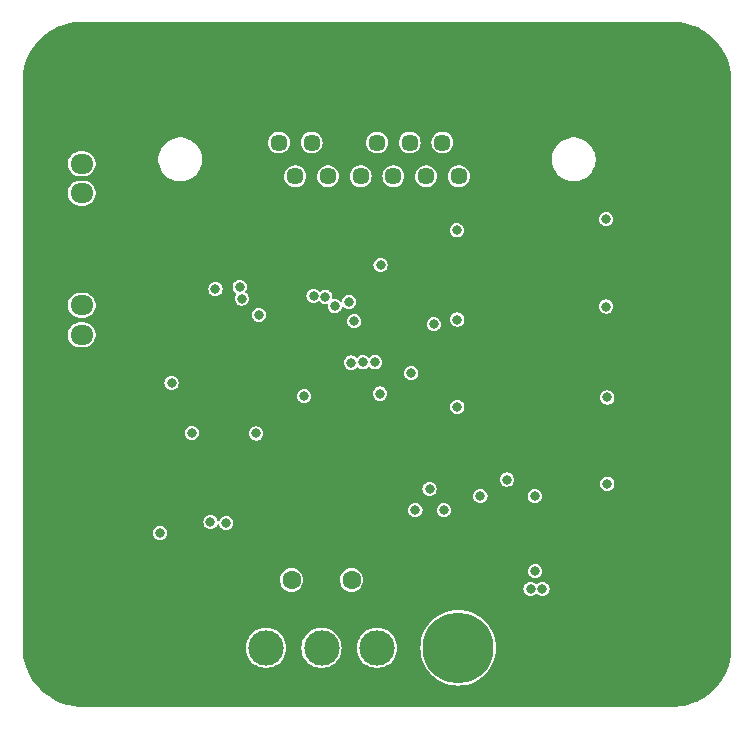
<source format=gbr>
%TF.GenerationSoftware,KiCad,Pcbnew,8.0.0-8.0.0-1~ubuntu22.04.1*%
%TF.CreationDate,2024-03-31T18:51:45+02:00*%
%TF.ProjectId,ProjetCorps,50726f6a-6574-4436-9f72-70732e6b6963,rev?*%
%TF.SameCoordinates,Original*%
%TF.FileFunction,Copper,L3,Inr*%
%TF.FilePolarity,Positive*%
%FSLAX46Y46*%
G04 Gerber Fmt 4.6, Leading zero omitted, Abs format (unit mm)*
G04 Created by KiCad (PCBNEW 8.0.0-8.0.0-1~ubuntu22.04.1) date 2024-03-31 18:51:45*
%MOMM*%
%LPD*%
G01*
G04 APERTURE LIST*
G04 Aperture macros list*
%AMRoundRect*
0 Rectangle with rounded corners*
0 $1 Rounding radius*
0 $2 $3 $4 $5 $6 $7 $8 $9 X,Y pos of 4 corners*
0 Add a 4 corners polygon primitive as box body*
4,1,4,$2,$3,$4,$5,$6,$7,$8,$9,$2,$3,0*
0 Add four circle primitives for the rounded corners*
1,1,$1+$1,$2,$3*
1,1,$1+$1,$4,$5*
1,1,$1+$1,$6,$7*
1,1,$1+$1,$8,$9*
0 Add four rect primitives between the rounded corners*
20,1,$1+$1,$2,$3,$4,$5,0*
20,1,$1+$1,$4,$5,$6,$7,0*
20,1,$1+$1,$6,$7,$8,$9,0*
20,1,$1+$1,$8,$9,$2,$3,0*%
G04 Aperture macros list end*
%TA.AperFunction,ComponentPad*%
%ADD10C,0.800000*%
%TD*%
%TA.AperFunction,ComponentPad*%
%ADD11C,6.400000*%
%TD*%
%TA.AperFunction,ComponentPad*%
%ADD12RoundRect,0.250000X0.725000X-0.600000X0.725000X0.600000X-0.725000X0.600000X-0.725000X-0.600000X0*%
%TD*%
%TA.AperFunction,ComponentPad*%
%ADD13O,1.950000X1.700000*%
%TD*%
%TA.AperFunction,ComponentPad*%
%ADD14C,3.000000*%
%TD*%
%TA.AperFunction,ComponentPad*%
%ADD15C,1.600000*%
%TD*%
%TA.AperFunction,ComponentPad*%
%ADD16RoundRect,1.500000X1.500000X1.500000X-1.500000X1.500000X-1.500000X-1.500000X1.500000X-1.500000X0*%
%TD*%
%TA.AperFunction,ComponentPad*%
%ADD17C,6.000000*%
%TD*%
%TA.AperFunction,ComponentPad*%
%ADD18C,1.447800*%
%TD*%
%TA.AperFunction,ViaPad*%
%ADD19C,0.800000*%
%TD*%
G04 APERTURE END LIST*
D10*
%TO.N,GND*%
%TO.C,H102*%
X157600000Y-50000000D03*
X158302944Y-48302944D03*
X158302944Y-51697056D03*
X160000000Y-47600000D03*
D11*
X160000000Y-50000000D03*
D10*
X160000000Y-52400000D03*
X161697056Y-48302944D03*
X161697056Y-51697056D03*
X162400000Y-50000000D03*
%TD*%
%TO.N,GND*%
%TO.C,H103*%
X107600000Y-98000000D03*
X108302944Y-96302944D03*
X108302944Y-99697056D03*
X110000000Y-95600000D03*
D11*
X110000000Y-98000000D03*
D10*
X110000000Y-100400000D03*
X111697056Y-96302944D03*
X111697056Y-99697056D03*
X112400000Y-98000000D03*
%TD*%
D12*
%TO.N,GND*%
%TO.C,J103*%
X110000000Y-74000000D03*
D13*
%TO.N,+12V*%
X110000000Y-71500000D03*
%TO.N,UART_HD_XL430*%
X110000000Y-69000000D03*
%TD*%
D10*
%TO.N,GND*%
%TO.C,H101*%
X107600000Y-50000000D03*
X108302944Y-48302944D03*
X108302944Y-51697056D03*
X110000000Y-47600000D03*
D11*
X110000000Y-50000000D03*
D10*
X110000000Y-52400000D03*
X111697056Y-48302944D03*
X111697056Y-51697056D03*
X112400000Y-50000000D03*
%TD*%
D14*
%TO.N,+12V*%
%TO.C,SW101*%
X125600000Y-98000000D03*
%TO.N,Net-(J101-Pin_2)*%
X130300000Y-98000000D03*
%TO.N,unconnected-(SW101-C-Pad3)*%
X135000000Y-98000000D03*
%TD*%
D15*
%TO.N,+12V*%
%TO.C,U104*%
X127760000Y-92250000D03*
%TO.N,GND*%
X130300000Y-92250000D03*
%TO.N,+5V*%
X132840000Y-92250000D03*
%TD*%
D16*
%TO.N,GND*%
%TO.C,J101*%
X149075000Y-98000000D03*
D17*
%TO.N,Net-(J101-Pin_2)*%
X141875000Y-98000000D03*
%TD*%
D10*
%TO.N,GND*%
%TO.C,H104*%
X157600000Y-98000000D03*
X158302944Y-96302944D03*
X158302944Y-99697056D03*
X160000000Y-95600000D03*
D11*
X160000000Y-98000000D03*
D10*
X160000000Y-100400000D03*
X161697056Y-96302944D03*
X161697056Y-99697056D03*
X162400000Y-98000000D03*
%TD*%
D18*
%TO.N,GND*%
%TO.C,J104*%
X125305003Y-58060007D03*
%TO.N,PWM_TIM1_CH1*%
X128075002Y-58060007D03*
%TO.N,PWM_TIM1_CH2*%
X130845002Y-58060007D03*
%TO.N,PWM_TIM1_CH3*%
X133615002Y-58060007D03*
%TO.N,PWM_TIM1_CH4*%
X136385001Y-58060007D03*
%TO.N,PWM_TIM2_CH1*%
X139155001Y-58060007D03*
%TO.N,PWM_TIM2_CH2*%
X141925000Y-58060007D03*
%TO.N,GND*%
X144695000Y-58060007D03*
%TO.N,+12V*%
X126690001Y-55220008D03*
X129460001Y-55220008D03*
%TO.N,GND*%
X132230000Y-55220008D03*
%TO.N,I2C_SCL*%
X135000000Y-55220008D03*
%TO.N,I2C_SDA*%
X137770000Y-55220008D03*
%TO.N,+12V*%
X140539999Y-55220008D03*
%TO.N,GND*%
X143309999Y-55220008D03*
%TD*%
D12*
%TO.N,GND*%
%TO.C,J102*%
X110000000Y-62000000D03*
D13*
%TO.N,+12V*%
X110000000Y-59500000D03*
%TO.N,UART_HD_XL430*%
X110000000Y-57000000D03*
%TD*%
D19*
%TO.N,+3.3V*%
X122225000Y-87425000D03*
X141800000Y-77600000D03*
X128825000Y-76700000D03*
X154400000Y-69100000D03*
X117600000Y-75575000D03*
X135300000Y-65600000D03*
X154400000Y-61700000D03*
X154500000Y-84100000D03*
X143750000Y-85150000D03*
X146000000Y-83750000D03*
X141800000Y-70200000D03*
X139450000Y-84550000D03*
X140650000Y-86350000D03*
X141750000Y-62650000D03*
X148350000Y-85150000D03*
X139800000Y-70600000D03*
X132800343Y-73851307D03*
X138250000Y-86350000D03*
X154500000Y-76800000D03*
X125000000Y-69800000D03*
%TO.N,GND*%
X111000000Y-92000000D03*
X126000000Y-77000000D03*
X140000000Y-62000000D03*
X116000000Y-72000000D03*
X146000000Y-72000000D03*
X146000000Y-67000000D03*
X126000000Y-82000000D03*
X131000000Y-87000000D03*
X117700000Y-66300000D03*
X136000000Y-92000000D03*
X151000000Y-47000000D03*
X136000000Y-82000000D03*
X156000000Y-57000000D03*
X106000000Y-57000000D03*
X131000000Y-47000000D03*
X156000000Y-102000000D03*
X116000000Y-52000000D03*
X136000000Y-102000000D03*
X106000000Y-67000000D03*
X156000000Y-92000000D03*
X121075000Y-83725000D03*
X161000000Y-82000000D03*
X121000000Y-47000000D03*
X136500000Y-77000000D03*
X146000000Y-52000000D03*
X161000000Y-102000000D03*
X106000000Y-72000000D03*
X156000000Y-47000000D03*
X126000000Y-102000000D03*
X136000000Y-52000000D03*
X120500000Y-92975000D03*
X126000000Y-62000000D03*
X143000000Y-90000000D03*
X156000000Y-72000000D03*
X141000000Y-47000000D03*
X111000000Y-77000000D03*
X151000000Y-92000000D03*
X118675000Y-93000000D03*
X131000000Y-52000000D03*
X117300000Y-82475000D03*
X146000000Y-57000000D03*
X143500000Y-80050000D03*
X121000000Y-102000000D03*
X118600000Y-69950000D03*
X121000000Y-52000000D03*
X151000000Y-87000000D03*
X121000000Y-57000000D03*
X106000000Y-62000000D03*
X126000000Y-52000000D03*
X131000000Y-62000000D03*
X161000000Y-76500000D03*
X136000000Y-47000000D03*
X106000000Y-77000000D03*
X116000000Y-67000000D03*
X111000000Y-67000000D03*
X161000000Y-57000000D03*
X161000000Y-62000000D03*
X151000000Y-72000000D03*
X146000000Y-82000000D03*
X121950000Y-93000000D03*
X161000000Y-87000000D03*
X146000000Y-47000000D03*
X154400000Y-75350000D03*
X154500000Y-83050000D03*
X136000000Y-87000000D03*
X121000000Y-77000000D03*
X153300000Y-85250000D03*
X156000000Y-52000000D03*
X106000000Y-87000000D03*
X113800000Y-75875000D03*
X151000000Y-52000000D03*
X123250000Y-69750000D03*
X116000000Y-92000000D03*
X106000000Y-97000000D03*
X142500000Y-82950000D03*
X116000000Y-57000000D03*
X141000000Y-92000000D03*
X138000000Y-67500000D03*
X144000000Y-90000000D03*
X111000000Y-102000000D03*
X131000000Y-102000000D03*
X117700000Y-62700000D03*
X131000000Y-82000000D03*
X116000000Y-62000000D03*
X141000000Y-102000000D03*
X116000000Y-47000000D03*
X131000000Y-72000000D03*
X126000000Y-87000000D03*
X106000000Y-92000000D03*
X126000000Y-57000000D03*
X126000000Y-92000000D03*
X161000000Y-72000000D03*
X106000000Y-52000000D03*
X136000000Y-62000000D03*
X116000000Y-102000000D03*
X161000000Y-67000000D03*
X146000000Y-102000000D03*
X126000000Y-47000000D03*
X156000000Y-87000000D03*
X152175000Y-79225000D03*
X115050000Y-85750000D03*
X118125000Y-74275000D03*
X121000000Y-82000000D03*
X161000000Y-92000000D03*
X154400000Y-68050000D03*
X146000000Y-62000000D03*
X114575000Y-83600000D03*
X121000000Y-72000000D03*
X151000000Y-102000000D03*
X141000000Y-52000000D03*
X121000000Y-97000000D03*
X106000000Y-82000000D03*
X116000000Y-97000000D03*
X117700000Y-64500000D03*
X141750000Y-67450000D03*
X141800000Y-74950000D03*
%TO.N,NRST*%
X124775000Y-79850000D03*
X119325000Y-79800000D03*
%TO.N,+5V*%
X148000000Y-93000000D03*
X148400000Y-91500000D03*
X120900000Y-87350000D03*
X149000000Y-93000000D03*
%TO.N,BTN_7*%
X131425000Y-69075000D03*
X137903365Y-74751463D03*
%TO.N,+12V*%
X116625000Y-88275000D03*
%TO.N,UART_HD_XL430*%
X121325000Y-67625000D03*
X135250000Y-76475000D03*
%TO.N,PWM_TIM2_CH2*%
X134825000Y-73825000D03*
%TO.N,I2C_SCL*%
X132625000Y-68700000D03*
%TO.N,PWM_TIM2_CH1*%
X133800000Y-73825000D03*
%TO.N,I2C_SDA*%
X133075000Y-70350153D03*
%TO.N,SWDIO*%
X130622180Y-68266727D03*
X123371114Y-67441128D03*
%TO.N,SWCLK*%
X123550000Y-68425000D03*
X129624999Y-68191651D03*
%TD*%
%TA.AperFunction,Conductor*%
%TO.N,GND*%
G36*
X160000549Y-45000006D02*
G01*
X160003790Y-45000041D01*
X160214441Y-45002338D01*
X160221950Y-45002708D01*
X160648652Y-45040039D01*
X160657174Y-45041161D01*
X161078467Y-45115446D01*
X161086871Y-45117309D01*
X161500084Y-45228029D01*
X161508290Y-45230616D01*
X161910280Y-45376928D01*
X161918233Y-45380222D01*
X162305939Y-45561012D01*
X162313576Y-45564988D01*
X162684039Y-45778875D01*
X162691323Y-45783516D01*
X163041718Y-46028866D01*
X163048570Y-46034124D01*
X163376241Y-46309072D01*
X163382609Y-46314906D01*
X163685093Y-46617390D01*
X163690927Y-46623758D01*
X163965875Y-46951429D01*
X163971133Y-46958281D01*
X164216483Y-47308676D01*
X164221124Y-47315960D01*
X164435011Y-47686423D01*
X164438991Y-47694069D01*
X164619772Y-48081755D01*
X164623072Y-48089722D01*
X164769378Y-48491694D01*
X164771975Y-48499931D01*
X164882687Y-48913114D01*
X164884556Y-48921546D01*
X164958835Y-49342804D01*
X164959962Y-49351367D01*
X164997290Y-49778029D01*
X164997661Y-49785577D01*
X164999994Y-49999449D01*
X165000000Y-50000529D01*
X165000000Y-97999470D01*
X164999994Y-98000550D01*
X164997661Y-98214422D01*
X164997290Y-98221970D01*
X164959962Y-98648632D01*
X164958835Y-98657195D01*
X164884556Y-99078453D01*
X164882687Y-99086885D01*
X164771975Y-99500068D01*
X164769378Y-99508305D01*
X164623072Y-99910277D01*
X164619768Y-99918252D01*
X164457301Y-100266667D01*
X164438999Y-100305915D01*
X164435011Y-100313576D01*
X164221124Y-100684039D01*
X164216483Y-100691323D01*
X163971133Y-101041718D01*
X163965875Y-101048570D01*
X163690927Y-101376241D01*
X163685093Y-101382609D01*
X163382609Y-101685093D01*
X163376241Y-101690927D01*
X163048570Y-101965875D01*
X163041718Y-101971133D01*
X162691323Y-102216483D01*
X162684039Y-102221124D01*
X162313576Y-102435011D01*
X162305921Y-102438995D01*
X162061970Y-102552752D01*
X161918256Y-102619767D01*
X161910277Y-102623072D01*
X161508305Y-102769378D01*
X161500068Y-102771975D01*
X161086885Y-102882687D01*
X161078453Y-102884556D01*
X160657195Y-102958835D01*
X160648632Y-102959962D01*
X160221970Y-102997290D01*
X160214422Y-102997661D01*
X160000550Y-102999994D01*
X159999470Y-103000000D01*
X110001467Y-103000000D01*
X109998544Y-102999957D01*
X109774112Y-102993327D01*
X109766296Y-102992786D01*
X109317562Y-102943820D01*
X109308738Y-102942452D01*
X108866776Y-102853360D01*
X108858111Y-102851202D01*
X108425992Y-102722654D01*
X108417556Y-102719725D01*
X107998750Y-102552752D01*
X107990614Y-102549074D01*
X107588579Y-102345057D01*
X107580811Y-102340664D01*
X107198785Y-102101244D01*
X107191440Y-102096166D01*
X106832535Y-101823292D01*
X106825678Y-101817572D01*
X106492832Y-101513481D01*
X106486518Y-101507167D01*
X106182427Y-101174321D01*
X106176707Y-101167464D01*
X105903833Y-100808559D01*
X105898755Y-100801214D01*
X105829885Y-100691323D01*
X105659331Y-100419181D01*
X105654949Y-100411432D01*
X105450925Y-100009385D01*
X105447247Y-100001249D01*
X105280274Y-99582443D01*
X105277345Y-99574007D01*
X105256592Y-99504245D01*
X105148793Y-99141875D01*
X105146642Y-99133237D01*
X105057546Y-98691257D01*
X105056179Y-98682437D01*
X105052960Y-98652942D01*
X105007212Y-98233699D01*
X105006672Y-98225887D01*
X105006556Y-98221970D01*
X105000043Y-98001455D01*
X105000022Y-98000002D01*
X123894732Y-98000002D01*
X123913777Y-98254152D01*
X123913779Y-98254161D01*
X123970492Y-98502639D01*
X124063604Y-98739881D01*
X124063607Y-98739888D01*
X124191041Y-98960612D01*
X124191045Y-98960618D01*
X124191047Y-98960620D01*
X124349940Y-99159866D01*
X124349951Y-99159878D01*
X124536776Y-99333226D01*
X124536778Y-99333227D01*
X124536783Y-99333232D01*
X124747366Y-99476805D01*
X124976996Y-99587389D01*
X125220542Y-99662513D01*
X125472565Y-99700500D01*
X125472570Y-99700500D01*
X125727430Y-99700500D01*
X125727435Y-99700500D01*
X125979458Y-99662513D01*
X126223004Y-99587389D01*
X126452634Y-99476805D01*
X126663217Y-99333232D01*
X126850050Y-99159877D01*
X127008959Y-98960612D01*
X127136393Y-98739888D01*
X127229508Y-98502637D01*
X127286222Y-98254157D01*
X127305268Y-98000002D01*
X128594732Y-98000002D01*
X128613777Y-98254152D01*
X128613779Y-98254161D01*
X128670492Y-98502639D01*
X128763604Y-98739881D01*
X128763607Y-98739888D01*
X128891041Y-98960612D01*
X128891045Y-98960618D01*
X128891047Y-98960620D01*
X129049940Y-99159866D01*
X129049951Y-99159878D01*
X129236776Y-99333226D01*
X129236778Y-99333227D01*
X129236783Y-99333232D01*
X129447366Y-99476805D01*
X129676996Y-99587389D01*
X129920542Y-99662513D01*
X130172565Y-99700500D01*
X130172570Y-99700500D01*
X130427430Y-99700500D01*
X130427435Y-99700500D01*
X130679458Y-99662513D01*
X130923004Y-99587389D01*
X131152634Y-99476805D01*
X131363217Y-99333232D01*
X131550050Y-99159877D01*
X131708959Y-98960612D01*
X131836393Y-98739888D01*
X131929508Y-98502637D01*
X131986222Y-98254157D01*
X132005268Y-98000002D01*
X133294732Y-98000002D01*
X133313777Y-98254152D01*
X133313779Y-98254161D01*
X133370492Y-98502639D01*
X133463604Y-98739881D01*
X133463607Y-98739888D01*
X133591041Y-98960612D01*
X133591045Y-98960618D01*
X133591047Y-98960620D01*
X133749940Y-99159866D01*
X133749951Y-99159878D01*
X133936776Y-99333226D01*
X133936778Y-99333227D01*
X133936783Y-99333232D01*
X134147366Y-99476805D01*
X134376996Y-99587389D01*
X134620542Y-99662513D01*
X134872565Y-99700500D01*
X134872570Y-99700500D01*
X135127430Y-99700500D01*
X135127435Y-99700500D01*
X135379458Y-99662513D01*
X135623004Y-99587389D01*
X135852634Y-99476805D01*
X136063217Y-99333232D01*
X136250050Y-99159877D01*
X136408959Y-98960612D01*
X136536393Y-98739888D01*
X136629508Y-98502637D01*
X136686222Y-98254157D01*
X136705268Y-98000004D01*
X138669457Y-98000004D01*
X138689611Y-98358897D01*
X138689614Y-98358917D01*
X138749824Y-98713287D01*
X138749828Y-98713307D01*
X138849340Y-99058723D01*
X138986907Y-99390837D01*
X139158052Y-99700500D01*
X139160789Y-99705452D01*
X139368806Y-99998623D01*
X139608339Y-100266661D01*
X139876377Y-100506194D01*
X140169548Y-100714211D01*
X140169550Y-100714212D01*
X140484163Y-100888092D01*
X140484162Y-100888092D01*
X140816276Y-101025659D01*
X141161692Y-101125171D01*
X141161695Y-101125171D01*
X141161700Y-101125173D01*
X141516093Y-101185387D01*
X141516096Y-101185387D01*
X141516102Y-101185388D01*
X141874995Y-101205543D01*
X141875000Y-101205543D01*
X141875005Y-101205543D01*
X142233897Y-101185388D01*
X142233901Y-101185387D01*
X142233907Y-101185387D01*
X142588300Y-101125173D01*
X142933724Y-101025659D01*
X143265833Y-100888094D01*
X143580452Y-100714211D01*
X143873623Y-100506194D01*
X144141661Y-100266661D01*
X144381194Y-99998623D01*
X144589211Y-99705452D01*
X144763094Y-99390833D01*
X144900659Y-99058724D01*
X145000173Y-98713300D01*
X145060387Y-98358907D01*
X145066270Y-98254161D01*
X145080543Y-98000004D01*
X145080543Y-97999995D01*
X145060388Y-97641102D01*
X145060385Y-97641082D01*
X145000175Y-97286712D01*
X145000171Y-97286692D01*
X144900659Y-96941276D01*
X144763092Y-96609162D01*
X144589212Y-96294550D01*
X144381197Y-96001381D01*
X144381196Y-96001380D01*
X144381194Y-96001377D01*
X144141661Y-95733339D01*
X143873623Y-95493806D01*
X143873620Y-95493804D01*
X143873618Y-95493802D01*
X143580449Y-95285787D01*
X143265836Y-95111907D01*
X143265837Y-95111907D01*
X142933723Y-94974340D01*
X142588307Y-94874828D01*
X142588287Y-94874824D01*
X142233917Y-94814614D01*
X142233897Y-94814611D01*
X141875005Y-94794457D01*
X141874995Y-94794457D01*
X141516102Y-94814611D01*
X141516082Y-94814614D01*
X141161712Y-94874824D01*
X141161692Y-94874828D01*
X140816276Y-94974340D01*
X140484162Y-95111907D01*
X140169550Y-95285787D01*
X139876381Y-95493802D01*
X139608346Y-95733332D01*
X139608332Y-95733346D01*
X139368802Y-96001381D01*
X139160787Y-96294550D01*
X138986907Y-96609162D01*
X138849340Y-96941276D01*
X138749828Y-97286692D01*
X138749824Y-97286712D01*
X138689614Y-97641082D01*
X138689611Y-97641102D01*
X138669457Y-97999995D01*
X138669457Y-98000004D01*
X136705268Y-98000004D01*
X136705268Y-98000000D01*
X136705228Y-97999470D01*
X136686222Y-97745847D01*
X136686222Y-97745843D01*
X136629508Y-97497363D01*
X136536393Y-97260112D01*
X136408959Y-97039388D01*
X136408952Y-97039379D01*
X136250059Y-96840133D01*
X136250048Y-96840121D01*
X136063223Y-96666773D01*
X136063220Y-96666771D01*
X136063217Y-96666768D01*
X135852634Y-96523195D01*
X135623004Y-96412611D01*
X135379462Y-96337488D01*
X135379459Y-96337487D01*
X135379458Y-96337487D01*
X135379453Y-96337486D01*
X135379452Y-96337486D01*
X135127438Y-96299500D01*
X135127435Y-96299500D01*
X134872565Y-96299500D01*
X134872561Y-96299500D01*
X134620547Y-96337486D01*
X134620537Y-96337488D01*
X134376995Y-96412611D01*
X134147373Y-96523191D01*
X134147369Y-96523193D01*
X134147366Y-96523195D01*
X133936783Y-96666768D01*
X133936776Y-96666773D01*
X133749951Y-96840121D01*
X133749940Y-96840133D01*
X133591047Y-97039379D01*
X133591043Y-97039384D01*
X133591041Y-97039388D01*
X133529181Y-97146533D01*
X133463608Y-97260109D01*
X133463604Y-97260118D01*
X133370492Y-97497360D01*
X133313779Y-97745838D01*
X133313777Y-97745847D01*
X133294732Y-97999997D01*
X133294732Y-98000002D01*
X132005268Y-98000002D01*
X132005268Y-98000000D01*
X132005228Y-97999470D01*
X131986222Y-97745847D01*
X131986222Y-97745843D01*
X131929508Y-97497363D01*
X131836393Y-97260112D01*
X131708959Y-97039388D01*
X131708952Y-97039379D01*
X131550059Y-96840133D01*
X131550048Y-96840121D01*
X131363223Y-96666773D01*
X131363220Y-96666771D01*
X131363217Y-96666768D01*
X131152634Y-96523195D01*
X130923004Y-96412611D01*
X130679462Y-96337488D01*
X130679459Y-96337487D01*
X130679458Y-96337487D01*
X130679453Y-96337486D01*
X130679452Y-96337486D01*
X130427438Y-96299500D01*
X130427435Y-96299500D01*
X130172565Y-96299500D01*
X130172561Y-96299500D01*
X129920547Y-96337486D01*
X129920537Y-96337488D01*
X129676995Y-96412611D01*
X129447373Y-96523191D01*
X129447369Y-96523193D01*
X129447366Y-96523195D01*
X129236783Y-96666768D01*
X129236776Y-96666773D01*
X129049951Y-96840121D01*
X129049940Y-96840133D01*
X128891047Y-97039379D01*
X128891043Y-97039384D01*
X128891041Y-97039388D01*
X128829181Y-97146533D01*
X128763608Y-97260109D01*
X128763604Y-97260118D01*
X128670492Y-97497360D01*
X128613779Y-97745838D01*
X128613777Y-97745847D01*
X128594732Y-97999997D01*
X128594732Y-98000002D01*
X127305268Y-98000002D01*
X127305268Y-98000000D01*
X127305228Y-97999470D01*
X127286222Y-97745847D01*
X127286222Y-97745843D01*
X127229508Y-97497363D01*
X127136393Y-97260112D01*
X127008959Y-97039388D01*
X127008952Y-97039379D01*
X126850059Y-96840133D01*
X126850048Y-96840121D01*
X126663223Y-96666773D01*
X126663220Y-96666771D01*
X126663217Y-96666768D01*
X126452634Y-96523195D01*
X126223004Y-96412611D01*
X125979462Y-96337488D01*
X125979459Y-96337487D01*
X125979458Y-96337487D01*
X125979453Y-96337486D01*
X125979452Y-96337486D01*
X125727438Y-96299500D01*
X125727435Y-96299500D01*
X125472565Y-96299500D01*
X125472561Y-96299500D01*
X125220547Y-96337486D01*
X125220537Y-96337488D01*
X124976995Y-96412611D01*
X124747373Y-96523191D01*
X124747369Y-96523193D01*
X124747366Y-96523195D01*
X124536783Y-96666768D01*
X124536776Y-96666773D01*
X124349951Y-96840121D01*
X124349940Y-96840133D01*
X124191047Y-97039379D01*
X124191043Y-97039384D01*
X124191041Y-97039388D01*
X124129181Y-97146533D01*
X124063608Y-97260109D01*
X124063604Y-97260118D01*
X123970492Y-97497360D01*
X123913779Y-97745838D01*
X123913777Y-97745847D01*
X123894732Y-97999997D01*
X123894732Y-98000002D01*
X105000022Y-98000002D01*
X105000000Y-97998532D01*
X105000000Y-92250003D01*
X126754659Y-92250003D01*
X126773974Y-92446126D01*
X126773975Y-92446129D01*
X126831187Y-92634730D01*
X126831188Y-92634732D01*
X126902218Y-92767618D01*
X126924090Y-92808538D01*
X126924092Y-92808540D01*
X126924093Y-92808542D01*
X127049112Y-92960878D01*
X127049121Y-92960887D01*
X127201457Y-93085906D01*
X127201462Y-93085910D01*
X127375273Y-93178814D01*
X127563868Y-93236024D01*
X127563870Y-93236024D01*
X127563873Y-93236025D01*
X127759997Y-93255341D01*
X127760000Y-93255341D01*
X127760003Y-93255341D01*
X127956126Y-93236025D01*
X127956127Y-93236024D01*
X127956132Y-93236024D01*
X128144727Y-93178814D01*
X128318538Y-93085910D01*
X128470883Y-92960883D01*
X128595910Y-92808538D01*
X128688814Y-92634727D01*
X128746024Y-92446132D01*
X128749095Y-92414957D01*
X128765341Y-92250003D01*
X131834659Y-92250003D01*
X131853974Y-92446126D01*
X131853975Y-92446129D01*
X131911187Y-92634730D01*
X131911188Y-92634732D01*
X131982218Y-92767618D01*
X132004090Y-92808538D01*
X132004092Y-92808540D01*
X132004093Y-92808542D01*
X132129112Y-92960878D01*
X132129121Y-92960887D01*
X132281457Y-93085906D01*
X132281462Y-93085910D01*
X132455273Y-93178814D01*
X132643868Y-93236024D01*
X132643870Y-93236024D01*
X132643873Y-93236025D01*
X132839997Y-93255341D01*
X132840000Y-93255341D01*
X132840003Y-93255341D01*
X133036126Y-93236025D01*
X133036127Y-93236024D01*
X133036132Y-93236024D01*
X133224727Y-93178814D01*
X133398538Y-93085910D01*
X133503219Y-93000000D01*
X147394318Y-93000000D01*
X147414955Y-93156758D01*
X147414957Y-93156766D01*
X147475462Y-93302838D01*
X147475462Y-93302839D01*
X147475464Y-93302841D01*
X147571718Y-93428282D01*
X147697159Y-93524536D01*
X147843238Y-93585044D01*
X147960809Y-93600522D01*
X147999999Y-93605682D01*
X148000000Y-93605682D01*
X148000001Y-93605682D01*
X148031352Y-93601554D01*
X148156762Y-93585044D01*
X148302841Y-93524536D01*
X148428282Y-93428282D01*
X148428288Y-93428273D01*
X148429996Y-93426567D01*
X148431547Y-93425776D01*
X148433430Y-93424332D01*
X148433697Y-93424680D01*
X148484513Y-93398790D01*
X148544945Y-93408361D01*
X148570004Y-93426567D01*
X148571713Y-93428276D01*
X148571718Y-93428282D01*
X148697159Y-93524536D01*
X148843238Y-93585044D01*
X148960809Y-93600522D01*
X148999999Y-93605682D01*
X149000000Y-93605682D01*
X149000001Y-93605682D01*
X149031352Y-93601554D01*
X149156762Y-93585044D01*
X149302841Y-93524536D01*
X149428282Y-93428282D01*
X149524536Y-93302841D01*
X149585044Y-93156762D01*
X149605682Y-93000000D01*
X149585044Y-92843238D01*
X149585042Y-92843233D01*
X149524537Y-92697161D01*
X149524537Y-92697160D01*
X149428286Y-92571723D01*
X149428285Y-92571722D01*
X149428282Y-92571718D01*
X149428277Y-92571714D01*
X149428276Y-92571713D01*
X149302838Y-92475462D01*
X149156766Y-92414957D01*
X149156758Y-92414955D01*
X149000001Y-92394318D01*
X148999999Y-92394318D01*
X148843241Y-92414955D01*
X148843233Y-92414957D01*
X148697161Y-92475462D01*
X148697160Y-92475462D01*
X148571715Y-92571719D01*
X148569998Y-92573437D01*
X148568449Y-92574225D01*
X148566570Y-92575668D01*
X148566302Y-92575319D01*
X148515479Y-92601210D01*
X148455048Y-92591634D01*
X148430002Y-92573437D01*
X148428284Y-92571719D01*
X148302838Y-92475462D01*
X148156766Y-92414957D01*
X148156758Y-92414955D01*
X148000001Y-92394318D01*
X147999999Y-92394318D01*
X147843241Y-92414955D01*
X147843233Y-92414957D01*
X147697161Y-92475462D01*
X147697160Y-92475462D01*
X147571723Y-92571713D01*
X147571713Y-92571723D01*
X147475462Y-92697160D01*
X147475462Y-92697161D01*
X147414957Y-92843233D01*
X147414955Y-92843241D01*
X147394318Y-92999999D01*
X147394318Y-93000000D01*
X133503219Y-93000000D01*
X133550883Y-92960883D01*
X133675910Y-92808538D01*
X133768814Y-92634727D01*
X133826024Y-92446132D01*
X133829095Y-92414957D01*
X133845341Y-92250003D01*
X133845341Y-92249996D01*
X133826025Y-92053873D01*
X133826024Y-92053870D01*
X133826024Y-92053868D01*
X133768814Y-91865273D01*
X133675910Y-91691462D01*
X133647436Y-91656766D01*
X133550887Y-91539121D01*
X133550878Y-91539112D01*
X133503220Y-91500000D01*
X147794318Y-91500000D01*
X147814955Y-91656758D01*
X147814957Y-91656766D01*
X147875462Y-91802838D01*
X147875462Y-91802839D01*
X147971713Y-91928276D01*
X147971718Y-91928282D01*
X148097159Y-92024536D01*
X148097160Y-92024536D01*
X148097161Y-92024537D01*
X148243233Y-92085042D01*
X148243238Y-92085044D01*
X148360809Y-92100522D01*
X148399999Y-92105682D01*
X148400000Y-92105682D01*
X148400001Y-92105682D01*
X148431352Y-92101554D01*
X148556762Y-92085044D01*
X148702841Y-92024536D01*
X148828282Y-91928282D01*
X148924536Y-91802841D01*
X148985044Y-91656762D01*
X149005682Y-91500000D01*
X148985044Y-91343238D01*
X148924537Y-91197161D01*
X148924537Y-91197160D01*
X148828286Y-91071723D01*
X148828285Y-91071722D01*
X148828282Y-91071718D01*
X148828277Y-91071714D01*
X148828276Y-91071713D01*
X148702838Y-90975462D01*
X148556766Y-90914957D01*
X148556758Y-90914955D01*
X148400001Y-90894318D01*
X148399999Y-90894318D01*
X148243241Y-90914955D01*
X148243233Y-90914957D01*
X148097161Y-90975462D01*
X148097160Y-90975462D01*
X147971723Y-91071713D01*
X147971713Y-91071723D01*
X147875462Y-91197160D01*
X147875462Y-91197161D01*
X147814957Y-91343233D01*
X147814955Y-91343241D01*
X147794318Y-91499999D01*
X147794318Y-91500000D01*
X133503220Y-91500000D01*
X133398542Y-91414093D01*
X133398540Y-91414092D01*
X133398538Y-91414090D01*
X133357618Y-91392218D01*
X133224732Y-91321188D01*
X133224730Y-91321187D01*
X133036129Y-91263975D01*
X133036126Y-91263974D01*
X132840003Y-91244659D01*
X132839997Y-91244659D01*
X132643873Y-91263974D01*
X132643870Y-91263975D01*
X132455269Y-91321187D01*
X132455267Y-91321188D01*
X132281467Y-91414087D01*
X132281457Y-91414093D01*
X132129121Y-91539112D01*
X132129112Y-91539121D01*
X132004093Y-91691457D01*
X132004087Y-91691467D01*
X131911188Y-91865267D01*
X131911187Y-91865269D01*
X131853975Y-92053870D01*
X131853974Y-92053873D01*
X131834659Y-92249996D01*
X131834659Y-92250003D01*
X128765341Y-92250003D01*
X128765341Y-92249996D01*
X128746025Y-92053873D01*
X128746024Y-92053870D01*
X128746024Y-92053868D01*
X128688814Y-91865273D01*
X128595910Y-91691462D01*
X128567436Y-91656766D01*
X128470887Y-91539121D01*
X128470878Y-91539112D01*
X128318542Y-91414093D01*
X128318540Y-91414092D01*
X128318538Y-91414090D01*
X128277618Y-91392218D01*
X128144732Y-91321188D01*
X128144730Y-91321187D01*
X127956129Y-91263975D01*
X127956126Y-91263974D01*
X127760003Y-91244659D01*
X127759997Y-91244659D01*
X127563873Y-91263974D01*
X127563870Y-91263975D01*
X127375269Y-91321187D01*
X127375267Y-91321188D01*
X127201467Y-91414087D01*
X127201457Y-91414093D01*
X127049121Y-91539112D01*
X127049112Y-91539121D01*
X126924093Y-91691457D01*
X126924087Y-91691467D01*
X126831188Y-91865267D01*
X126831187Y-91865269D01*
X126773975Y-92053870D01*
X126773974Y-92053873D01*
X126754659Y-92249996D01*
X126754659Y-92250003D01*
X105000000Y-92250003D01*
X105000000Y-88275000D01*
X116019318Y-88275000D01*
X116039955Y-88431758D01*
X116039957Y-88431766D01*
X116100462Y-88577838D01*
X116100462Y-88577839D01*
X116100464Y-88577841D01*
X116196718Y-88703282D01*
X116322159Y-88799536D01*
X116468238Y-88860044D01*
X116585809Y-88875522D01*
X116624999Y-88880682D01*
X116625000Y-88880682D01*
X116625001Y-88880682D01*
X116656352Y-88876554D01*
X116781762Y-88860044D01*
X116927841Y-88799536D01*
X117053282Y-88703282D01*
X117149536Y-88577841D01*
X117210044Y-88431762D01*
X117230682Y-88275000D01*
X117210044Y-88118238D01*
X117149537Y-87972161D01*
X117149537Y-87972160D01*
X117053286Y-87846723D01*
X117053285Y-87846722D01*
X117053282Y-87846718D01*
X117053277Y-87846714D01*
X117053276Y-87846713D01*
X116927838Y-87750462D01*
X116781766Y-87689957D01*
X116781758Y-87689955D01*
X116625001Y-87669318D01*
X116624999Y-87669318D01*
X116468241Y-87689955D01*
X116468233Y-87689957D01*
X116322161Y-87750462D01*
X116322160Y-87750462D01*
X116196723Y-87846713D01*
X116196713Y-87846723D01*
X116100462Y-87972160D01*
X116100462Y-87972161D01*
X116039957Y-88118233D01*
X116039955Y-88118241D01*
X116019318Y-88274999D01*
X116019318Y-88275000D01*
X105000000Y-88275000D01*
X105000000Y-87350000D01*
X120294318Y-87350000D01*
X120314955Y-87506758D01*
X120314957Y-87506766D01*
X120375462Y-87652838D01*
X120375462Y-87652839D01*
X120471713Y-87778276D01*
X120471718Y-87778282D01*
X120597159Y-87874536D01*
X120743238Y-87935044D01*
X120853316Y-87949536D01*
X120899999Y-87955682D01*
X120900000Y-87955682D01*
X120900001Y-87955682D01*
X120946676Y-87949537D01*
X121056762Y-87935044D01*
X121202841Y-87874536D01*
X121328282Y-87778282D01*
X121424536Y-87652841D01*
X121455503Y-87578079D01*
X121495239Y-87531554D01*
X121554734Y-87517270D01*
X121611262Y-87540684D01*
X121638431Y-87578080D01*
X121700462Y-87727838D01*
X121700462Y-87727839D01*
X121791677Y-87846713D01*
X121796718Y-87853282D01*
X121922159Y-87949536D01*
X121922160Y-87949536D01*
X121922161Y-87949537D01*
X121976778Y-87972160D01*
X122068238Y-88010044D01*
X122185809Y-88025522D01*
X122224999Y-88030682D01*
X122225000Y-88030682D01*
X122225001Y-88030682D01*
X122256352Y-88026554D01*
X122381762Y-88010044D01*
X122527841Y-87949536D01*
X122653282Y-87853282D01*
X122749536Y-87727841D01*
X122810044Y-87581762D01*
X122830682Y-87425000D01*
X122810044Y-87268238D01*
X122749537Y-87122161D01*
X122749537Y-87122160D01*
X122653286Y-86996723D01*
X122653285Y-86996722D01*
X122653282Y-86996718D01*
X122653277Y-86996714D01*
X122653276Y-86996713D01*
X122527838Y-86900462D01*
X122381766Y-86839957D01*
X122381758Y-86839955D01*
X122225001Y-86819318D01*
X122224999Y-86819318D01*
X122068241Y-86839955D01*
X122068233Y-86839957D01*
X121922161Y-86900462D01*
X121922160Y-86900462D01*
X121796723Y-86996713D01*
X121796713Y-86996723D01*
X121700463Y-87122160D01*
X121669496Y-87196920D01*
X121629759Y-87243446D01*
X121570264Y-87257729D01*
X121513736Y-87234314D01*
X121486568Y-87196919D01*
X121485044Y-87193240D01*
X121485044Y-87193238D01*
X121424537Y-87047161D01*
X121424537Y-87047160D01*
X121328286Y-86921723D01*
X121328285Y-86921722D01*
X121328282Y-86921718D01*
X121328277Y-86921714D01*
X121328276Y-86921713D01*
X121257104Y-86867101D01*
X121202841Y-86825464D01*
X121202840Y-86825463D01*
X121202838Y-86825462D01*
X121056766Y-86764957D01*
X121056758Y-86764955D01*
X120900001Y-86744318D01*
X120899999Y-86744318D01*
X120743241Y-86764955D01*
X120743233Y-86764957D01*
X120597161Y-86825462D01*
X120597160Y-86825462D01*
X120471723Y-86921713D01*
X120471713Y-86921723D01*
X120375462Y-87047160D01*
X120375462Y-87047161D01*
X120314957Y-87193233D01*
X120314955Y-87193241D01*
X120294318Y-87349999D01*
X120294318Y-87350000D01*
X105000000Y-87350000D01*
X105000000Y-86350000D01*
X137644318Y-86350000D01*
X137664955Y-86506758D01*
X137664957Y-86506766D01*
X137725462Y-86652838D01*
X137725462Y-86652839D01*
X137811493Y-86764957D01*
X137821718Y-86778282D01*
X137947159Y-86874536D01*
X137947160Y-86874536D01*
X137947161Y-86874537D01*
X138061054Y-86921713D01*
X138093238Y-86935044D01*
X138210809Y-86950522D01*
X138249999Y-86955682D01*
X138250000Y-86955682D01*
X138250001Y-86955682D01*
X138281352Y-86951554D01*
X138406762Y-86935044D01*
X138552841Y-86874536D01*
X138678282Y-86778282D01*
X138774536Y-86652841D01*
X138835044Y-86506762D01*
X138855682Y-86350000D01*
X140044318Y-86350000D01*
X140064955Y-86506758D01*
X140064957Y-86506766D01*
X140125462Y-86652838D01*
X140125462Y-86652839D01*
X140211493Y-86764957D01*
X140221718Y-86778282D01*
X140347159Y-86874536D01*
X140347160Y-86874536D01*
X140347161Y-86874537D01*
X140461054Y-86921713D01*
X140493238Y-86935044D01*
X140610809Y-86950522D01*
X140649999Y-86955682D01*
X140650000Y-86955682D01*
X140650001Y-86955682D01*
X140681352Y-86951554D01*
X140806762Y-86935044D01*
X140952841Y-86874536D01*
X141078282Y-86778282D01*
X141174536Y-86652841D01*
X141235044Y-86506762D01*
X141255682Y-86350000D01*
X141235044Y-86193238D01*
X141174537Y-86047161D01*
X141174537Y-86047160D01*
X141078286Y-85921723D01*
X141078285Y-85921722D01*
X141078282Y-85921718D01*
X141078277Y-85921714D01*
X141078276Y-85921713D01*
X140952838Y-85825462D01*
X140806766Y-85764957D01*
X140806758Y-85764955D01*
X140650001Y-85744318D01*
X140649999Y-85744318D01*
X140493241Y-85764955D01*
X140493233Y-85764957D01*
X140347161Y-85825462D01*
X140347160Y-85825462D01*
X140221723Y-85921713D01*
X140221713Y-85921723D01*
X140125462Y-86047160D01*
X140125462Y-86047161D01*
X140064957Y-86193233D01*
X140064955Y-86193241D01*
X140044318Y-86349999D01*
X140044318Y-86350000D01*
X138855682Y-86350000D01*
X138835044Y-86193238D01*
X138774537Y-86047161D01*
X138774537Y-86047160D01*
X138678286Y-85921723D01*
X138678285Y-85921722D01*
X138678282Y-85921718D01*
X138678277Y-85921714D01*
X138678276Y-85921713D01*
X138552838Y-85825462D01*
X138406766Y-85764957D01*
X138406758Y-85764955D01*
X138250001Y-85744318D01*
X138249999Y-85744318D01*
X138093241Y-85764955D01*
X138093233Y-85764957D01*
X137947161Y-85825462D01*
X137947160Y-85825462D01*
X137821723Y-85921713D01*
X137821713Y-85921723D01*
X137725462Y-86047160D01*
X137725462Y-86047161D01*
X137664957Y-86193233D01*
X137664955Y-86193241D01*
X137644318Y-86349999D01*
X137644318Y-86350000D01*
X105000000Y-86350000D01*
X105000000Y-84550000D01*
X138844318Y-84550000D01*
X138864955Y-84706758D01*
X138864957Y-84706766D01*
X138925462Y-84852838D01*
X138925462Y-84852839D01*
X138925464Y-84852841D01*
X139021718Y-84978282D01*
X139147159Y-85074536D01*
X139293238Y-85135044D01*
X139406833Y-85149999D01*
X139449999Y-85155682D01*
X139450000Y-85155682D01*
X139450001Y-85155682D01*
X139493159Y-85150000D01*
X143144318Y-85150000D01*
X143164955Y-85306758D01*
X143164957Y-85306766D01*
X143225462Y-85452838D01*
X143225462Y-85452839D01*
X143225464Y-85452841D01*
X143321718Y-85578282D01*
X143447159Y-85674536D01*
X143593238Y-85735044D01*
X143710809Y-85750522D01*
X143749999Y-85755682D01*
X143750000Y-85755682D01*
X143750001Y-85755682D01*
X143781352Y-85751554D01*
X143906762Y-85735044D01*
X144052841Y-85674536D01*
X144178282Y-85578282D01*
X144274536Y-85452841D01*
X144335044Y-85306762D01*
X144355682Y-85150000D01*
X147744318Y-85150000D01*
X147764955Y-85306758D01*
X147764957Y-85306766D01*
X147825462Y-85452838D01*
X147825462Y-85452839D01*
X147825464Y-85452841D01*
X147921718Y-85578282D01*
X148047159Y-85674536D01*
X148193238Y-85735044D01*
X148310809Y-85750522D01*
X148349999Y-85755682D01*
X148350000Y-85755682D01*
X148350001Y-85755682D01*
X148381352Y-85751554D01*
X148506762Y-85735044D01*
X148652841Y-85674536D01*
X148778282Y-85578282D01*
X148874536Y-85452841D01*
X148935044Y-85306762D01*
X148955682Y-85150000D01*
X148935044Y-84993238D01*
X148874537Y-84847161D01*
X148874537Y-84847160D01*
X148778286Y-84721723D01*
X148778285Y-84721722D01*
X148778282Y-84721718D01*
X148778277Y-84721714D01*
X148778276Y-84721713D01*
X148652838Y-84625462D01*
X148506766Y-84564957D01*
X148506758Y-84564955D01*
X148350001Y-84544318D01*
X148349999Y-84544318D01*
X148193241Y-84564955D01*
X148193233Y-84564957D01*
X148047161Y-84625462D01*
X148047160Y-84625462D01*
X147921723Y-84721713D01*
X147921713Y-84721723D01*
X147825462Y-84847160D01*
X147825462Y-84847161D01*
X147764957Y-84993233D01*
X147764955Y-84993241D01*
X147744318Y-85149999D01*
X147744318Y-85150000D01*
X144355682Y-85150000D01*
X144335044Y-84993238D01*
X144274537Y-84847161D01*
X144274537Y-84847160D01*
X144178286Y-84721723D01*
X144178285Y-84721722D01*
X144178282Y-84721718D01*
X144178277Y-84721714D01*
X144178276Y-84721713D01*
X144052838Y-84625462D01*
X143906766Y-84564957D01*
X143906758Y-84564955D01*
X143750001Y-84544318D01*
X143749999Y-84544318D01*
X143593241Y-84564955D01*
X143593233Y-84564957D01*
X143447161Y-84625462D01*
X143447160Y-84625462D01*
X143321723Y-84721713D01*
X143321713Y-84721723D01*
X143225462Y-84847160D01*
X143225462Y-84847161D01*
X143164957Y-84993233D01*
X143164955Y-84993241D01*
X143144318Y-85149999D01*
X143144318Y-85150000D01*
X139493159Y-85150000D01*
X139493167Y-85149999D01*
X139606762Y-85135044D01*
X139752841Y-85074536D01*
X139878282Y-84978282D01*
X139974536Y-84852841D01*
X140035044Y-84706762D01*
X140055682Y-84550000D01*
X140035044Y-84393238D01*
X140010938Y-84335042D01*
X139974537Y-84247161D01*
X139974537Y-84247160D01*
X139878286Y-84121723D01*
X139878285Y-84121722D01*
X139878282Y-84121718D01*
X139878277Y-84121714D01*
X139878276Y-84121713D01*
X139788517Y-84052839D01*
X139752841Y-84025464D01*
X139752840Y-84025463D01*
X139752838Y-84025462D01*
X139606766Y-83964957D01*
X139606758Y-83964955D01*
X139450001Y-83944318D01*
X139449999Y-83944318D01*
X139293241Y-83964955D01*
X139293233Y-83964957D01*
X139147161Y-84025462D01*
X139147160Y-84025462D01*
X139021723Y-84121713D01*
X139021713Y-84121723D01*
X138925462Y-84247160D01*
X138925462Y-84247161D01*
X138864957Y-84393233D01*
X138864955Y-84393241D01*
X138844318Y-84549999D01*
X138844318Y-84550000D01*
X105000000Y-84550000D01*
X105000000Y-83750000D01*
X145394318Y-83750000D01*
X145414955Y-83906758D01*
X145414957Y-83906766D01*
X145475462Y-84052838D01*
X145475462Y-84052839D01*
X145571713Y-84178276D01*
X145571718Y-84178282D01*
X145697159Y-84274536D01*
X145843238Y-84335044D01*
X145960809Y-84350522D01*
X145999999Y-84355682D01*
X146000000Y-84355682D01*
X146000001Y-84355682D01*
X146031352Y-84351554D01*
X146156762Y-84335044D01*
X146302841Y-84274536D01*
X146428282Y-84178282D01*
X146488350Y-84100000D01*
X153894318Y-84100000D01*
X153914955Y-84256758D01*
X153914957Y-84256766D01*
X153975462Y-84402838D01*
X153975462Y-84402839D01*
X153975464Y-84402841D01*
X154071718Y-84528282D01*
X154197159Y-84624536D01*
X154197160Y-84624536D01*
X154197161Y-84624537D01*
X154199399Y-84625464D01*
X154343238Y-84685044D01*
X154460809Y-84700522D01*
X154499999Y-84705682D01*
X154500000Y-84705682D01*
X154500001Y-84705682D01*
X154531352Y-84701554D01*
X154656762Y-84685044D01*
X154802841Y-84624536D01*
X154928282Y-84528282D01*
X155024536Y-84402841D01*
X155085044Y-84256762D01*
X155105682Y-84100000D01*
X155085044Y-83943238D01*
X155069935Y-83906762D01*
X155024537Y-83797161D01*
X155024537Y-83797160D01*
X154928286Y-83671723D01*
X154928285Y-83671722D01*
X154928282Y-83671718D01*
X154928277Y-83671714D01*
X154928276Y-83671713D01*
X154857104Y-83617101D01*
X154802841Y-83575464D01*
X154802840Y-83575463D01*
X154802838Y-83575462D01*
X154656766Y-83514957D01*
X154656758Y-83514955D01*
X154500001Y-83494318D01*
X154499999Y-83494318D01*
X154343241Y-83514955D01*
X154343233Y-83514957D01*
X154197161Y-83575462D01*
X154197160Y-83575462D01*
X154071723Y-83671713D01*
X154071713Y-83671723D01*
X153975462Y-83797160D01*
X153975462Y-83797161D01*
X153914957Y-83943233D01*
X153914955Y-83943241D01*
X153894318Y-84099999D01*
X153894318Y-84100000D01*
X146488350Y-84100000D01*
X146524536Y-84052841D01*
X146585044Y-83906762D01*
X146605682Y-83750000D01*
X146585044Y-83593238D01*
X146552619Y-83514957D01*
X146524537Y-83447161D01*
X146524537Y-83447160D01*
X146428286Y-83321723D01*
X146428285Y-83321722D01*
X146428282Y-83321718D01*
X146428277Y-83321714D01*
X146428276Y-83321713D01*
X146302838Y-83225462D01*
X146156766Y-83164957D01*
X146156758Y-83164955D01*
X146000001Y-83144318D01*
X145999999Y-83144318D01*
X145843241Y-83164955D01*
X145843233Y-83164957D01*
X145697161Y-83225462D01*
X145697160Y-83225462D01*
X145571723Y-83321713D01*
X145571713Y-83321723D01*
X145475462Y-83447160D01*
X145475462Y-83447161D01*
X145414957Y-83593233D01*
X145414955Y-83593241D01*
X145394318Y-83749999D01*
X145394318Y-83750000D01*
X105000000Y-83750000D01*
X105000000Y-79800000D01*
X118719318Y-79800000D01*
X118739955Y-79956758D01*
X118739957Y-79956766D01*
X118800462Y-80102838D01*
X118800462Y-80102839D01*
X118838830Y-80152841D01*
X118896718Y-80228282D01*
X119022159Y-80324536D01*
X119168238Y-80385044D01*
X119285809Y-80400522D01*
X119324999Y-80405682D01*
X119325000Y-80405682D01*
X119325001Y-80405682D01*
X119356352Y-80401554D01*
X119481762Y-80385044D01*
X119627841Y-80324536D01*
X119753282Y-80228282D01*
X119849536Y-80102841D01*
X119910044Y-79956762D01*
X119924099Y-79850000D01*
X124169318Y-79850000D01*
X124189955Y-80006758D01*
X124189957Y-80006766D01*
X124250462Y-80152838D01*
X124250462Y-80152839D01*
X124346713Y-80278276D01*
X124346718Y-80278282D01*
X124472159Y-80374536D01*
X124472160Y-80374536D01*
X124472161Y-80374537D01*
X124547352Y-80405682D01*
X124618238Y-80435044D01*
X124735809Y-80450522D01*
X124774999Y-80455682D01*
X124775000Y-80455682D01*
X124775001Y-80455682D01*
X124806352Y-80451554D01*
X124931762Y-80435044D01*
X125077841Y-80374536D01*
X125203282Y-80278282D01*
X125299536Y-80152841D01*
X125360044Y-80006762D01*
X125380682Y-79850000D01*
X125360044Y-79693238D01*
X125299537Y-79547161D01*
X125299537Y-79547160D01*
X125203286Y-79421723D01*
X125203285Y-79421722D01*
X125203282Y-79421718D01*
X125203277Y-79421714D01*
X125203276Y-79421713D01*
X125077838Y-79325462D01*
X124931766Y-79264957D01*
X124931758Y-79264955D01*
X124775001Y-79244318D01*
X124774999Y-79244318D01*
X124618241Y-79264955D01*
X124618233Y-79264957D01*
X124472161Y-79325462D01*
X124472160Y-79325462D01*
X124346723Y-79421713D01*
X124346713Y-79421723D01*
X124250462Y-79547160D01*
X124250462Y-79547161D01*
X124189957Y-79693233D01*
X124189955Y-79693241D01*
X124169318Y-79849999D01*
X124169318Y-79850000D01*
X119924099Y-79850000D01*
X119930682Y-79800000D01*
X119910044Y-79643238D01*
X119849537Y-79497161D01*
X119849537Y-79497160D01*
X119753286Y-79371723D01*
X119753285Y-79371722D01*
X119753282Y-79371718D01*
X119753277Y-79371714D01*
X119753276Y-79371713D01*
X119627838Y-79275462D01*
X119481766Y-79214957D01*
X119481758Y-79214955D01*
X119325001Y-79194318D01*
X119324999Y-79194318D01*
X119168241Y-79214955D01*
X119168233Y-79214957D01*
X119022161Y-79275462D01*
X119022160Y-79275462D01*
X118896723Y-79371713D01*
X118896713Y-79371723D01*
X118800462Y-79497160D01*
X118800462Y-79497161D01*
X118739957Y-79643233D01*
X118739955Y-79643241D01*
X118719318Y-79799999D01*
X118719318Y-79800000D01*
X105000000Y-79800000D01*
X105000000Y-77600000D01*
X141194318Y-77600000D01*
X141214955Y-77756758D01*
X141214957Y-77756766D01*
X141275462Y-77902838D01*
X141275462Y-77902839D01*
X141275464Y-77902841D01*
X141371718Y-78028282D01*
X141497159Y-78124536D01*
X141643238Y-78185044D01*
X141760809Y-78200522D01*
X141799999Y-78205682D01*
X141800000Y-78205682D01*
X141800001Y-78205682D01*
X141831352Y-78201554D01*
X141956762Y-78185044D01*
X142102841Y-78124536D01*
X142228282Y-78028282D01*
X142324536Y-77902841D01*
X142385044Y-77756762D01*
X142405682Y-77600000D01*
X142385044Y-77443238D01*
X142360938Y-77385042D01*
X142324537Y-77297161D01*
X142324537Y-77297160D01*
X142228286Y-77171723D01*
X142228285Y-77171722D01*
X142228282Y-77171718D01*
X142228277Y-77171714D01*
X142228276Y-77171713D01*
X142138517Y-77102839D01*
X142102841Y-77075464D01*
X142102840Y-77075463D01*
X142102838Y-77075462D01*
X141956766Y-77014957D01*
X141956758Y-77014955D01*
X141800001Y-76994318D01*
X141799999Y-76994318D01*
X141643241Y-77014955D01*
X141643233Y-77014957D01*
X141497161Y-77075462D01*
X141497160Y-77075462D01*
X141371723Y-77171713D01*
X141371713Y-77171723D01*
X141275462Y-77297160D01*
X141275462Y-77297161D01*
X141214957Y-77443233D01*
X141214955Y-77443241D01*
X141194318Y-77599999D01*
X141194318Y-77600000D01*
X105000000Y-77600000D01*
X105000000Y-76700000D01*
X128219318Y-76700000D01*
X128239955Y-76856758D01*
X128239957Y-76856766D01*
X128300462Y-77002838D01*
X128300462Y-77002839D01*
X128356189Y-77075464D01*
X128396718Y-77128282D01*
X128522159Y-77224536D01*
X128522160Y-77224536D01*
X128522161Y-77224537D01*
X128531212Y-77228286D01*
X128668238Y-77285044D01*
X128785809Y-77300522D01*
X128824999Y-77305682D01*
X128825000Y-77305682D01*
X128825001Y-77305682D01*
X128856352Y-77301554D01*
X128981762Y-77285044D01*
X129127841Y-77224536D01*
X129253282Y-77128282D01*
X129349536Y-77002841D01*
X129410044Y-76856762D01*
X129430682Y-76700000D01*
X129410044Y-76543238D01*
X129390958Y-76497160D01*
X129381779Y-76475000D01*
X134644318Y-76475000D01*
X134664955Y-76631758D01*
X134664957Y-76631766D01*
X134725462Y-76777838D01*
X134725462Y-76777839D01*
X134725464Y-76777841D01*
X134821718Y-76903282D01*
X134947159Y-76999536D01*
X134947160Y-76999536D01*
X134947161Y-76999537D01*
X135093233Y-77060042D01*
X135093238Y-77060044D01*
X135210350Y-77075462D01*
X135249999Y-77080682D01*
X135250000Y-77080682D01*
X135250001Y-77080682D01*
X135289650Y-77075462D01*
X135406762Y-77060044D01*
X135552841Y-76999536D01*
X135678282Y-76903282D01*
X135757533Y-76800000D01*
X153894318Y-76800000D01*
X153914955Y-76956758D01*
X153914957Y-76956766D01*
X153975462Y-77102838D01*
X153975462Y-77102839D01*
X154068844Y-77224537D01*
X154071718Y-77228282D01*
X154197159Y-77324536D01*
X154343238Y-77385044D01*
X154460809Y-77400522D01*
X154499999Y-77405682D01*
X154500000Y-77405682D01*
X154500001Y-77405682D01*
X154531352Y-77401554D01*
X154656762Y-77385044D01*
X154802841Y-77324536D01*
X154928282Y-77228282D01*
X155024536Y-77102841D01*
X155085044Y-76956762D01*
X155105682Y-76800000D01*
X155102764Y-76777839D01*
X155092517Y-76700000D01*
X155085044Y-76643238D01*
X155080292Y-76631766D01*
X155024537Y-76497161D01*
X155024537Y-76497160D01*
X154928286Y-76371723D01*
X154928285Y-76371722D01*
X154928282Y-76371718D01*
X154928277Y-76371714D01*
X154928276Y-76371713D01*
X154802838Y-76275462D01*
X154656766Y-76214957D01*
X154656758Y-76214955D01*
X154500001Y-76194318D01*
X154499999Y-76194318D01*
X154343241Y-76214955D01*
X154343233Y-76214957D01*
X154197161Y-76275462D01*
X154197160Y-76275462D01*
X154071723Y-76371713D01*
X154071713Y-76371723D01*
X153975462Y-76497160D01*
X153975462Y-76497161D01*
X153914957Y-76643233D01*
X153914955Y-76643241D01*
X153894318Y-76799999D01*
X153894318Y-76800000D01*
X135757533Y-76800000D01*
X135774536Y-76777841D01*
X135835044Y-76631762D01*
X135855682Y-76475000D01*
X135835044Y-76318238D01*
X135835042Y-76318233D01*
X135774537Y-76172161D01*
X135774537Y-76172160D01*
X135678286Y-76046723D01*
X135678285Y-76046722D01*
X135678282Y-76046718D01*
X135678277Y-76046714D01*
X135678276Y-76046713D01*
X135552838Y-75950462D01*
X135406766Y-75889957D01*
X135406758Y-75889955D01*
X135250001Y-75869318D01*
X135249999Y-75869318D01*
X135093241Y-75889955D01*
X135093233Y-75889957D01*
X134947161Y-75950462D01*
X134947160Y-75950462D01*
X134821723Y-76046713D01*
X134821713Y-76046723D01*
X134725462Y-76172160D01*
X134725462Y-76172161D01*
X134664957Y-76318233D01*
X134664955Y-76318241D01*
X134644318Y-76474999D01*
X134644318Y-76475000D01*
X129381779Y-76475000D01*
X129349537Y-76397161D01*
X129349537Y-76397160D01*
X129253286Y-76271723D01*
X129253285Y-76271722D01*
X129253282Y-76271718D01*
X129253277Y-76271714D01*
X129253276Y-76271713D01*
X129127838Y-76175462D01*
X128981766Y-76114957D01*
X128981758Y-76114955D01*
X128825001Y-76094318D01*
X128824999Y-76094318D01*
X128668241Y-76114955D01*
X128668233Y-76114957D01*
X128522161Y-76175462D01*
X128522160Y-76175462D01*
X128396723Y-76271713D01*
X128396713Y-76271723D01*
X128300462Y-76397160D01*
X128300462Y-76397161D01*
X128239957Y-76543233D01*
X128239955Y-76543241D01*
X128219318Y-76699999D01*
X128219318Y-76700000D01*
X105000000Y-76700000D01*
X105000000Y-75575000D01*
X116994318Y-75575000D01*
X117014955Y-75731758D01*
X117014957Y-75731766D01*
X117075462Y-75877838D01*
X117075462Y-75877839D01*
X117131189Y-75950464D01*
X117171718Y-76003282D01*
X117297159Y-76099536D01*
X117297160Y-76099536D01*
X117297161Y-76099537D01*
X117443233Y-76160042D01*
X117443238Y-76160044D01*
X117560350Y-76175462D01*
X117599999Y-76180682D01*
X117600000Y-76180682D01*
X117600001Y-76180682D01*
X117639650Y-76175462D01*
X117756762Y-76160044D01*
X117902841Y-76099536D01*
X118028282Y-76003282D01*
X118124536Y-75877841D01*
X118185044Y-75731762D01*
X118205682Y-75575000D01*
X118185044Y-75418238D01*
X118185042Y-75418233D01*
X118124537Y-75272161D01*
X118124537Y-75272160D01*
X118028286Y-75146723D01*
X118028285Y-75146722D01*
X118028282Y-75146718D01*
X118028277Y-75146714D01*
X118028276Y-75146713D01*
X117907845Y-75054304D01*
X117902841Y-75050464D01*
X117902840Y-75050463D01*
X117902838Y-75050462D01*
X117756766Y-74989957D01*
X117756758Y-74989955D01*
X117600001Y-74969318D01*
X117599999Y-74969318D01*
X117443241Y-74989955D01*
X117443233Y-74989957D01*
X117297161Y-75050462D01*
X117297160Y-75050462D01*
X117171723Y-75146713D01*
X117171713Y-75146723D01*
X117075462Y-75272160D01*
X117075462Y-75272161D01*
X117014957Y-75418233D01*
X117014955Y-75418241D01*
X116994318Y-75574999D01*
X116994318Y-75575000D01*
X105000000Y-75575000D01*
X105000000Y-74751463D01*
X137297683Y-74751463D01*
X137318320Y-74908221D01*
X137318322Y-74908229D01*
X137378827Y-75054301D01*
X137378827Y-75054302D01*
X137449744Y-75146723D01*
X137475083Y-75179745D01*
X137600524Y-75275999D01*
X137746603Y-75336507D01*
X137864174Y-75351985D01*
X137903364Y-75357145D01*
X137903365Y-75357145D01*
X137903366Y-75357145D01*
X137934717Y-75353017D01*
X138060127Y-75336507D01*
X138206206Y-75275999D01*
X138331647Y-75179745D01*
X138427901Y-75054304D01*
X138488409Y-74908225D01*
X138509047Y-74751463D01*
X138488409Y-74594701D01*
X138427902Y-74448624D01*
X138427902Y-74448623D01*
X138331651Y-74323186D01*
X138331650Y-74323185D01*
X138331647Y-74323181D01*
X138331642Y-74323177D01*
X138331641Y-74323176D01*
X138260469Y-74268564D01*
X138206206Y-74226927D01*
X138206205Y-74226926D01*
X138206203Y-74226925D01*
X138060131Y-74166420D01*
X138060123Y-74166418D01*
X137903366Y-74145781D01*
X137903364Y-74145781D01*
X137746606Y-74166418D01*
X137746598Y-74166420D01*
X137600526Y-74226925D01*
X137600525Y-74226925D01*
X137475088Y-74323176D01*
X137475078Y-74323186D01*
X137378827Y-74448623D01*
X137378827Y-74448624D01*
X137318322Y-74594696D01*
X137318320Y-74594704D01*
X137297683Y-74751462D01*
X137297683Y-74751463D01*
X105000000Y-74751463D01*
X105000000Y-73851307D01*
X132194661Y-73851307D01*
X132215298Y-74008065D01*
X132215300Y-74008073D01*
X132275805Y-74154145D01*
X132275805Y-74154146D01*
X132372056Y-74279583D01*
X132372061Y-74279589D01*
X132497502Y-74375843D01*
X132497503Y-74375843D01*
X132497504Y-74375844D01*
X132580070Y-74410044D01*
X132643581Y-74436351D01*
X132761152Y-74451829D01*
X132800342Y-74456989D01*
X132800343Y-74456989D01*
X132800344Y-74456989D01*
X132831695Y-74452861D01*
X132957105Y-74436351D01*
X133103184Y-74375843D01*
X133228625Y-74279589D01*
X133234089Y-74272467D01*
X133284509Y-74237810D01*
X133345673Y-74239407D01*
X133372900Y-74254189D01*
X133497159Y-74349536D01*
X133497160Y-74349536D01*
X133497161Y-74349537D01*
X133560672Y-74375844D01*
X133643238Y-74410044D01*
X133760809Y-74425522D01*
X133799999Y-74430682D01*
X133800000Y-74430682D01*
X133800001Y-74430682D01*
X133831352Y-74426554D01*
X133956762Y-74410044D01*
X134102841Y-74349536D01*
X134228282Y-74253282D01*
X134233958Y-74245885D01*
X134284382Y-74211229D01*
X134345546Y-74212830D01*
X134391042Y-74245885D01*
X134396718Y-74253282D01*
X134522159Y-74349536D01*
X134522160Y-74349536D01*
X134522161Y-74349537D01*
X134585672Y-74375844D01*
X134668238Y-74410044D01*
X134785809Y-74425522D01*
X134824999Y-74430682D01*
X134825000Y-74430682D01*
X134825001Y-74430682D01*
X134856352Y-74426554D01*
X134981762Y-74410044D01*
X135127841Y-74349536D01*
X135253282Y-74253282D01*
X135349536Y-74127841D01*
X135410044Y-73981762D01*
X135430682Y-73825000D01*
X135410044Y-73668238D01*
X135349537Y-73522161D01*
X135349537Y-73522160D01*
X135253286Y-73396723D01*
X135253285Y-73396722D01*
X135253282Y-73396718D01*
X135253277Y-73396714D01*
X135253276Y-73396713D01*
X135127838Y-73300462D01*
X134981766Y-73239957D01*
X134981758Y-73239955D01*
X134825001Y-73219318D01*
X134824999Y-73219318D01*
X134668241Y-73239955D01*
X134668233Y-73239957D01*
X134522161Y-73300462D01*
X134522160Y-73300462D01*
X134396723Y-73396713D01*
X134396713Y-73396723D01*
X134391040Y-73404117D01*
X134340614Y-73438771D01*
X134279450Y-73437167D01*
X134233960Y-73404117D01*
X134228286Y-73396723D01*
X134228285Y-73396722D01*
X134228282Y-73396718D01*
X134228277Y-73396714D01*
X134228276Y-73396713D01*
X134102838Y-73300462D01*
X133956766Y-73239957D01*
X133956758Y-73239955D01*
X133800001Y-73219318D01*
X133799999Y-73219318D01*
X133643241Y-73239955D01*
X133643233Y-73239957D01*
X133497161Y-73300462D01*
X133497160Y-73300462D01*
X133371716Y-73396718D01*
X133371715Y-73396719D01*
X133366246Y-73403847D01*
X133315819Y-73438499D01*
X133254655Y-73436893D01*
X133227441Y-73422116D01*
X133103181Y-73326769D01*
X132957109Y-73266264D01*
X132957101Y-73266262D01*
X132800344Y-73245625D01*
X132800342Y-73245625D01*
X132643584Y-73266262D01*
X132643576Y-73266264D01*
X132497504Y-73326769D01*
X132497503Y-73326769D01*
X132372066Y-73423020D01*
X132372056Y-73423030D01*
X132275805Y-73548467D01*
X132275805Y-73548468D01*
X132215300Y-73694540D01*
X132215298Y-73694548D01*
X132194661Y-73851306D01*
X132194661Y-73851307D01*
X105000000Y-73851307D01*
X105000000Y-71603467D01*
X108824500Y-71603467D01*
X108864869Y-71806418D01*
X108944058Y-71997597D01*
X108944059Y-71997598D01*
X109059023Y-72169655D01*
X109205345Y-72315977D01*
X109377402Y-72430941D01*
X109568580Y-72510130D01*
X109771535Y-72550500D01*
X109771536Y-72550500D01*
X110228464Y-72550500D01*
X110228465Y-72550500D01*
X110431420Y-72510130D01*
X110622598Y-72430941D01*
X110794655Y-72315977D01*
X110940977Y-72169655D01*
X111055941Y-71997598D01*
X111135130Y-71806420D01*
X111175500Y-71603465D01*
X111175500Y-71396535D01*
X111135130Y-71193580D01*
X111055941Y-71002402D01*
X110940977Y-70830345D01*
X110794655Y-70684023D01*
X110794651Y-70684020D01*
X110622597Y-70569058D01*
X110431418Y-70489869D01*
X110228467Y-70449500D01*
X110228465Y-70449500D01*
X109771535Y-70449500D01*
X109771532Y-70449500D01*
X109568581Y-70489869D01*
X109377402Y-70569058D01*
X109205348Y-70684020D01*
X109059020Y-70830348D01*
X108944058Y-71002402D01*
X108864869Y-71193581D01*
X108824500Y-71396532D01*
X108824500Y-71603467D01*
X105000000Y-71603467D01*
X105000000Y-69103467D01*
X108824500Y-69103467D01*
X108864869Y-69306418D01*
X108944058Y-69497597D01*
X109041372Y-69643238D01*
X109059023Y-69669655D01*
X109205345Y-69815977D01*
X109377402Y-69930941D01*
X109568580Y-70010130D01*
X109771535Y-70050500D01*
X109771536Y-70050500D01*
X110228464Y-70050500D01*
X110228465Y-70050500D01*
X110431420Y-70010130D01*
X110622598Y-69930941D01*
X110794655Y-69815977D01*
X110810632Y-69800000D01*
X124394318Y-69800000D01*
X124414955Y-69956758D01*
X124414957Y-69956766D01*
X124475462Y-70102838D01*
X124475462Y-70102839D01*
X124571713Y-70228276D01*
X124571718Y-70228282D01*
X124697159Y-70324536D01*
X124697160Y-70324536D01*
X124697161Y-70324537D01*
X124774959Y-70356762D01*
X124843238Y-70385044D01*
X124960809Y-70400522D01*
X124999999Y-70405682D01*
X125000000Y-70405682D01*
X125000001Y-70405682D01*
X125031352Y-70401554D01*
X125156762Y-70385044D01*
X125240996Y-70350153D01*
X132469318Y-70350153D01*
X132489955Y-70506911D01*
X132489957Y-70506919D01*
X132550462Y-70652991D01*
X132550462Y-70652992D01*
X132646713Y-70778429D01*
X132646718Y-70778435D01*
X132772159Y-70874689D01*
X132772160Y-70874689D01*
X132772161Y-70874690D01*
X132840119Y-70902839D01*
X132918238Y-70935197D01*
X133035809Y-70950675D01*
X133074999Y-70955835D01*
X133075000Y-70955835D01*
X133075001Y-70955835D01*
X133106352Y-70951707D01*
X133231762Y-70935197D01*
X133377841Y-70874689D01*
X133503282Y-70778435D01*
X133599536Y-70652994D01*
X133621487Y-70600000D01*
X139194318Y-70600000D01*
X139214955Y-70756758D01*
X139214957Y-70756766D01*
X139275462Y-70902838D01*
X139275462Y-70902839D01*
X139371713Y-71028276D01*
X139371718Y-71028282D01*
X139497159Y-71124536D01*
X139643238Y-71185044D01*
X139760809Y-71200522D01*
X139799999Y-71205682D01*
X139800000Y-71205682D01*
X139800001Y-71205682D01*
X139831352Y-71201554D01*
X139956762Y-71185044D01*
X140102841Y-71124536D01*
X140228282Y-71028282D01*
X140324536Y-70902841D01*
X140385044Y-70756762D01*
X140405682Y-70600000D01*
X140385044Y-70443238D01*
X140349226Y-70356766D01*
X140324537Y-70297161D01*
X140324537Y-70297160D01*
X140249984Y-70200000D01*
X141194318Y-70200000D01*
X141214955Y-70356758D01*
X141214957Y-70356766D01*
X141275462Y-70502838D01*
X141275462Y-70502839D01*
X141371713Y-70628276D01*
X141371718Y-70628282D01*
X141497159Y-70724536D01*
X141497160Y-70724536D01*
X141497161Y-70724537D01*
X141574959Y-70756762D01*
X141643238Y-70785044D01*
X141760809Y-70800522D01*
X141799999Y-70805682D01*
X141800000Y-70805682D01*
X141800001Y-70805682D01*
X141831352Y-70801554D01*
X141956762Y-70785044D01*
X142102841Y-70724536D01*
X142228282Y-70628282D01*
X142324536Y-70502841D01*
X142385044Y-70356762D01*
X142405682Y-70200000D01*
X142385044Y-70043238D01*
X142349226Y-69956766D01*
X142324537Y-69897161D01*
X142324537Y-69897160D01*
X142228286Y-69771723D01*
X142228285Y-69771722D01*
X142228282Y-69771718D01*
X142228277Y-69771714D01*
X142228276Y-69771713D01*
X142102838Y-69675462D01*
X141956766Y-69614957D01*
X141956758Y-69614955D01*
X141800001Y-69594318D01*
X141799999Y-69594318D01*
X141643241Y-69614955D01*
X141643233Y-69614957D01*
X141497161Y-69675462D01*
X141497160Y-69675462D01*
X141371723Y-69771713D01*
X141371713Y-69771723D01*
X141275462Y-69897160D01*
X141275462Y-69897161D01*
X141214957Y-70043233D01*
X141214955Y-70043241D01*
X141194318Y-70199999D01*
X141194318Y-70200000D01*
X140249984Y-70200000D01*
X140228286Y-70171723D01*
X140228285Y-70171722D01*
X140228282Y-70171718D01*
X140228277Y-70171714D01*
X140228276Y-70171713D01*
X140138517Y-70102839D01*
X140102841Y-70075464D01*
X140102840Y-70075463D01*
X140102838Y-70075462D01*
X139956766Y-70014957D01*
X139956758Y-70014955D01*
X139800001Y-69994318D01*
X139799999Y-69994318D01*
X139643241Y-70014955D01*
X139643233Y-70014957D01*
X139497161Y-70075462D01*
X139497160Y-70075462D01*
X139371723Y-70171713D01*
X139371713Y-70171723D01*
X139275462Y-70297160D01*
X139275462Y-70297161D01*
X139214957Y-70443233D01*
X139214955Y-70443241D01*
X139194318Y-70599999D01*
X139194318Y-70600000D01*
X133621487Y-70600000D01*
X133660044Y-70506915D01*
X133680682Y-70350153D01*
X133677309Y-70324536D01*
X133675522Y-70310962D01*
X133660044Y-70193391D01*
X133599537Y-70047314D01*
X133599537Y-70047313D01*
X133503286Y-69921876D01*
X133503285Y-69921875D01*
X133503282Y-69921871D01*
X133503277Y-69921867D01*
X133503276Y-69921866D01*
X133377838Y-69825615D01*
X133231766Y-69765110D01*
X133231758Y-69765108D01*
X133075001Y-69744471D01*
X133074999Y-69744471D01*
X132918241Y-69765108D01*
X132918233Y-69765110D01*
X132772161Y-69825615D01*
X132772160Y-69825615D01*
X132646723Y-69921866D01*
X132646713Y-69921876D01*
X132550462Y-70047313D01*
X132550462Y-70047314D01*
X132489957Y-70193386D01*
X132489955Y-70193394D01*
X132469318Y-70350152D01*
X132469318Y-70350153D01*
X125240996Y-70350153D01*
X125302841Y-70324536D01*
X125428282Y-70228282D01*
X125524536Y-70102841D01*
X125585044Y-69956762D01*
X125605682Y-69800000D01*
X125585044Y-69643238D01*
X125573329Y-69614955D01*
X125524537Y-69497161D01*
X125524537Y-69497160D01*
X125428286Y-69371723D01*
X125428285Y-69371722D01*
X125428282Y-69371718D01*
X125428277Y-69371714D01*
X125428276Y-69371713D01*
X125302838Y-69275462D01*
X125156766Y-69214957D01*
X125156758Y-69214955D01*
X125000001Y-69194318D01*
X124999999Y-69194318D01*
X124843241Y-69214955D01*
X124843233Y-69214957D01*
X124697161Y-69275462D01*
X124697160Y-69275462D01*
X124571723Y-69371713D01*
X124571713Y-69371723D01*
X124475462Y-69497160D01*
X124475462Y-69497161D01*
X124414957Y-69643233D01*
X124414955Y-69643241D01*
X124394318Y-69799999D01*
X124394318Y-69800000D01*
X110810632Y-69800000D01*
X110940977Y-69669655D01*
X111055941Y-69497598D01*
X111135130Y-69306420D01*
X111175500Y-69103465D01*
X111175500Y-68896535D01*
X111135130Y-68693580D01*
X111055941Y-68502402D01*
X110940977Y-68330345D01*
X110794655Y-68184023D01*
X110794651Y-68184020D01*
X110622597Y-68069058D01*
X110431418Y-67989869D01*
X110228467Y-67949500D01*
X110228465Y-67949500D01*
X109771535Y-67949500D01*
X109771532Y-67949500D01*
X109568581Y-67989869D01*
X109377402Y-68069058D01*
X109205348Y-68184020D01*
X109059020Y-68330348D01*
X108944058Y-68502402D01*
X108864869Y-68693581D01*
X108824500Y-68896532D01*
X108824500Y-69103467D01*
X105000000Y-69103467D01*
X105000000Y-67625000D01*
X120719318Y-67625000D01*
X120739955Y-67781758D01*
X120739957Y-67781766D01*
X120800462Y-67927838D01*
X120800462Y-67927839D01*
X120896713Y-68053276D01*
X120896718Y-68053282D01*
X121022159Y-68149536D01*
X121022160Y-68149536D01*
X121022161Y-68149537D01*
X121105418Y-68184023D01*
X121168238Y-68210044D01*
X121285809Y-68225522D01*
X121324999Y-68230682D01*
X121325000Y-68230682D01*
X121325001Y-68230682D01*
X121356352Y-68226554D01*
X121481762Y-68210044D01*
X121627841Y-68149536D01*
X121753282Y-68053282D01*
X121849536Y-67927841D01*
X121910044Y-67781762D01*
X121930682Y-67625000D01*
X121910044Y-67468238D01*
X121898815Y-67441128D01*
X122765432Y-67441128D01*
X122786069Y-67597886D01*
X122786071Y-67597894D01*
X122846576Y-67743966D01*
X122846576Y-67743967D01*
X122919261Y-67838692D01*
X122942832Y-67869410D01*
X123018978Y-67927839D01*
X123038367Y-67942716D01*
X123073023Y-67993140D01*
X123071422Y-68054304D01*
X123056643Y-68081523D01*
X123025464Y-68122157D01*
X123025462Y-68122161D01*
X122964957Y-68268233D01*
X122964955Y-68268241D01*
X122944318Y-68424999D01*
X122944318Y-68425000D01*
X122964955Y-68581758D01*
X122964957Y-68581766D01*
X123025462Y-68727838D01*
X123025462Y-68727839D01*
X123121713Y-68853276D01*
X123121718Y-68853282D01*
X123247159Y-68949536D01*
X123247160Y-68949536D01*
X123247161Y-68949537D01*
X123375848Y-69002841D01*
X123393238Y-69010044D01*
X123510809Y-69025522D01*
X123549999Y-69030682D01*
X123550000Y-69030682D01*
X123550001Y-69030682D01*
X123581352Y-69026554D01*
X123706762Y-69010044D01*
X123852841Y-68949536D01*
X123978282Y-68853282D01*
X124074536Y-68727841D01*
X124135044Y-68581762D01*
X124155682Y-68425000D01*
X124135044Y-68268238D01*
X124103321Y-68191651D01*
X129019317Y-68191651D01*
X129039954Y-68348409D01*
X129039956Y-68348417D01*
X129100461Y-68494489D01*
X129100461Y-68494490D01*
X129196527Y-68619686D01*
X129196717Y-68619933D01*
X129322158Y-68716187D01*
X129468237Y-68776695D01*
X129578893Y-68791263D01*
X129624998Y-68797333D01*
X129624999Y-68797333D01*
X129625000Y-68797333D01*
X129656351Y-68793205D01*
X129781761Y-68776695D01*
X129927840Y-68716187D01*
X130014625Y-68649595D01*
X130026986Y-68640110D01*
X130084662Y-68619686D01*
X130143328Y-68637064D01*
X130165793Y-68658383D01*
X130193898Y-68695009D01*
X130319339Y-68791263D01*
X130319340Y-68791263D01*
X130319341Y-68791264D01*
X130465413Y-68851769D01*
X130465418Y-68851771D01*
X130622180Y-68872409D01*
X130722022Y-68859264D01*
X130782181Y-68870414D01*
X130824299Y-68914796D01*
X130833096Y-68970338D01*
X130819318Y-69074998D01*
X130819318Y-69075000D01*
X130839955Y-69231758D01*
X130839957Y-69231766D01*
X130900462Y-69377838D01*
X130900462Y-69377839D01*
X130996713Y-69503276D01*
X130996718Y-69503282D01*
X131122159Y-69599536D01*
X131122160Y-69599536D01*
X131122161Y-69599537D01*
X131227665Y-69643238D01*
X131268238Y-69660044D01*
X131385350Y-69675462D01*
X131424999Y-69680682D01*
X131425000Y-69680682D01*
X131425001Y-69680682D01*
X131464650Y-69675462D01*
X131581762Y-69660044D01*
X131727841Y-69599536D01*
X131853282Y-69503282D01*
X131949536Y-69377841D01*
X132010044Y-69231762D01*
X132017813Y-69172745D01*
X132044154Y-69117522D01*
X132097924Y-69088327D01*
X132158586Y-69096313D01*
X132194508Y-69125402D01*
X132196718Y-69128282D01*
X132322159Y-69224536D01*
X132322160Y-69224536D01*
X132322161Y-69224537D01*
X132399959Y-69256762D01*
X132468238Y-69285044D01*
X132585809Y-69300522D01*
X132624999Y-69305682D01*
X132625000Y-69305682D01*
X132625001Y-69305682D01*
X132656352Y-69301554D01*
X132781762Y-69285044D01*
X132927841Y-69224536D01*
X133053282Y-69128282D01*
X133074983Y-69100000D01*
X153794318Y-69100000D01*
X153814955Y-69256758D01*
X153814957Y-69256766D01*
X153875462Y-69402838D01*
X153875462Y-69402839D01*
X153952538Y-69503286D01*
X153971718Y-69528282D01*
X154097159Y-69624536D01*
X154097160Y-69624536D01*
X154097161Y-69624537D01*
X154220105Y-69675462D01*
X154243238Y-69685044D01*
X154360809Y-69700522D01*
X154399999Y-69705682D01*
X154400000Y-69705682D01*
X154400001Y-69705682D01*
X154431352Y-69701554D01*
X154556762Y-69685044D01*
X154702841Y-69624536D01*
X154828282Y-69528282D01*
X154924536Y-69402841D01*
X154985044Y-69256762D01*
X155005682Y-69100000D01*
X154985044Y-68943238D01*
X154949226Y-68856766D01*
X154924537Y-68797161D01*
X154924537Y-68797160D01*
X154828286Y-68671723D01*
X154828285Y-68671722D01*
X154828282Y-68671718D01*
X154828277Y-68671714D01*
X154828276Y-68671713D01*
X154711054Y-68581766D01*
X154702841Y-68575464D01*
X154702840Y-68575463D01*
X154702838Y-68575462D01*
X154556766Y-68514957D01*
X154556758Y-68514955D01*
X154400001Y-68494318D01*
X154399999Y-68494318D01*
X154243241Y-68514955D01*
X154243233Y-68514957D01*
X154097161Y-68575462D01*
X154097160Y-68575462D01*
X153971723Y-68671713D01*
X153971713Y-68671723D01*
X153875462Y-68797160D01*
X153875462Y-68797161D01*
X153814957Y-68943233D01*
X153814955Y-68943241D01*
X153794318Y-69099999D01*
X153794318Y-69100000D01*
X133074983Y-69100000D01*
X133149536Y-69002841D01*
X133210044Y-68856762D01*
X133230682Y-68700000D01*
X133230025Y-68695013D01*
X133222396Y-68637064D01*
X133210044Y-68543238D01*
X133189852Y-68494490D01*
X133149537Y-68397161D01*
X133149537Y-68397160D01*
X133053286Y-68271723D01*
X133053285Y-68271722D01*
X133053282Y-68271718D01*
X133053277Y-68271714D01*
X133053276Y-68271713D01*
X132927838Y-68175462D01*
X132781766Y-68114957D01*
X132781758Y-68114955D01*
X132625001Y-68094318D01*
X132624999Y-68094318D01*
X132468241Y-68114955D01*
X132468233Y-68114957D01*
X132322161Y-68175462D01*
X132322160Y-68175462D01*
X132196723Y-68271713D01*
X132196713Y-68271723D01*
X132100462Y-68397160D01*
X132100462Y-68397161D01*
X132039957Y-68543233D01*
X132039955Y-68543240D01*
X132032186Y-68602253D01*
X132005844Y-68657478D01*
X131952073Y-68686672D01*
X131891411Y-68678685D01*
X131855490Y-68649596D01*
X131853282Y-68646718D01*
X131853277Y-68646714D01*
X131853276Y-68646713D01*
X131752738Y-68569568D01*
X131727841Y-68550464D01*
X131727840Y-68550463D01*
X131727838Y-68550462D01*
X131581766Y-68489957D01*
X131581758Y-68489955D01*
X131425001Y-68469318D01*
X131424999Y-68469318D01*
X131325158Y-68482462D01*
X131264997Y-68471312D01*
X131222880Y-68426929D01*
X131214083Y-68371387D01*
X131219487Y-68330345D01*
X131227862Y-68266727D01*
X131207224Y-68109965D01*
X131190280Y-68069058D01*
X131146717Y-67963888D01*
X131146717Y-67963887D01*
X131050466Y-67838450D01*
X131050465Y-67838449D01*
X131050462Y-67838445D01*
X131050457Y-67838441D01*
X131050456Y-67838440D01*
X130952627Y-67763374D01*
X130925021Y-67742191D01*
X130925020Y-67742190D01*
X130925018Y-67742189D01*
X130778946Y-67681684D01*
X130778938Y-67681682D01*
X130622181Y-67661045D01*
X130622179Y-67661045D01*
X130465421Y-67681682D01*
X130465413Y-67681684D01*
X130319341Y-67742189D01*
X130319340Y-67742189D01*
X130220192Y-67818268D01*
X130162516Y-67838692D01*
X130103850Y-67821314D01*
X130081384Y-67799994D01*
X130053281Y-67763369D01*
X130053276Y-67763365D01*
X130053275Y-67763364D01*
X129982103Y-67708752D01*
X129927840Y-67667115D01*
X129927839Y-67667114D01*
X129927837Y-67667113D01*
X129781765Y-67606608D01*
X129781757Y-67606606D01*
X129625000Y-67585969D01*
X129624998Y-67585969D01*
X129468240Y-67606606D01*
X129468232Y-67606608D01*
X129322160Y-67667113D01*
X129322159Y-67667113D01*
X129196722Y-67763364D01*
X129196712Y-67763374D01*
X129100461Y-67888811D01*
X129100461Y-67888812D01*
X129039956Y-68034884D01*
X129039954Y-68034892D01*
X129019317Y-68191650D01*
X129019317Y-68191651D01*
X124103321Y-68191651D01*
X124096615Y-68175462D01*
X124074537Y-68122161D01*
X124074537Y-68122160D01*
X123978286Y-67996723D01*
X123978285Y-67996722D01*
X123978282Y-67996718D01*
X123978277Y-67996714D01*
X123978276Y-67996713D01*
X123888517Y-67927839D01*
X123882745Y-67923410D01*
X123848090Y-67872987D01*
X123849691Y-67811822D01*
X123864471Y-67784602D01*
X123866650Y-67781762D01*
X123895650Y-67743969D01*
X123956158Y-67597890D01*
X123976796Y-67441128D01*
X123956158Y-67284366D01*
X123895651Y-67138289D01*
X123895651Y-67138288D01*
X123799400Y-67012851D01*
X123799399Y-67012850D01*
X123799396Y-67012846D01*
X123799391Y-67012842D01*
X123799390Y-67012841D01*
X123673952Y-66916590D01*
X123527880Y-66856085D01*
X123527872Y-66856083D01*
X123371115Y-66835446D01*
X123371113Y-66835446D01*
X123214355Y-66856083D01*
X123214347Y-66856085D01*
X123068275Y-66916590D01*
X123068274Y-66916590D01*
X122942837Y-67012841D01*
X122942827Y-67012851D01*
X122846576Y-67138288D01*
X122846576Y-67138289D01*
X122786071Y-67284361D01*
X122786069Y-67284369D01*
X122765432Y-67441127D01*
X122765432Y-67441128D01*
X121898815Y-67441128D01*
X121849537Y-67322161D01*
X121849537Y-67322160D01*
X121753286Y-67196723D01*
X121753285Y-67196722D01*
X121753282Y-67196718D01*
X121753277Y-67196714D01*
X121753276Y-67196713D01*
X121627838Y-67100462D01*
X121481766Y-67039957D01*
X121481758Y-67039955D01*
X121325001Y-67019318D01*
X121324999Y-67019318D01*
X121168241Y-67039955D01*
X121168233Y-67039957D01*
X121022161Y-67100462D01*
X121022160Y-67100462D01*
X120896723Y-67196713D01*
X120896713Y-67196723D01*
X120800462Y-67322160D01*
X120800462Y-67322161D01*
X120739957Y-67468233D01*
X120739955Y-67468241D01*
X120719318Y-67624999D01*
X120719318Y-67625000D01*
X105000000Y-67625000D01*
X105000000Y-65600000D01*
X134694318Y-65600000D01*
X134714955Y-65756758D01*
X134714957Y-65756766D01*
X134775462Y-65902838D01*
X134775462Y-65902839D01*
X134775464Y-65902841D01*
X134871718Y-66028282D01*
X134997159Y-66124536D01*
X135143238Y-66185044D01*
X135260809Y-66200522D01*
X135299999Y-66205682D01*
X135300000Y-66205682D01*
X135300001Y-66205682D01*
X135331352Y-66201554D01*
X135456762Y-66185044D01*
X135602841Y-66124536D01*
X135728282Y-66028282D01*
X135824536Y-65902841D01*
X135885044Y-65756762D01*
X135905682Y-65600000D01*
X135885044Y-65443238D01*
X135824537Y-65297161D01*
X135824537Y-65297160D01*
X135728286Y-65171723D01*
X135728285Y-65171722D01*
X135728282Y-65171718D01*
X135728277Y-65171714D01*
X135728276Y-65171713D01*
X135602838Y-65075462D01*
X135456766Y-65014957D01*
X135456758Y-65014955D01*
X135300001Y-64994318D01*
X135299999Y-64994318D01*
X135143241Y-65014955D01*
X135143233Y-65014957D01*
X134997161Y-65075462D01*
X134997160Y-65075462D01*
X134871723Y-65171713D01*
X134871713Y-65171723D01*
X134775462Y-65297160D01*
X134775462Y-65297161D01*
X134714957Y-65443233D01*
X134714955Y-65443241D01*
X134694318Y-65599999D01*
X134694318Y-65600000D01*
X105000000Y-65600000D01*
X105000000Y-62650000D01*
X141144318Y-62650000D01*
X141164955Y-62806758D01*
X141164957Y-62806766D01*
X141225462Y-62952838D01*
X141225462Y-62952839D01*
X141225464Y-62952841D01*
X141321718Y-63078282D01*
X141447159Y-63174536D01*
X141593238Y-63235044D01*
X141710809Y-63250522D01*
X141749999Y-63255682D01*
X141750000Y-63255682D01*
X141750001Y-63255682D01*
X141781352Y-63251554D01*
X141906762Y-63235044D01*
X142052841Y-63174536D01*
X142178282Y-63078282D01*
X142274536Y-62952841D01*
X142335044Y-62806762D01*
X142355682Y-62650000D01*
X142335044Y-62493238D01*
X142274537Y-62347161D01*
X142274537Y-62347160D01*
X142178286Y-62221723D01*
X142178285Y-62221722D01*
X142178282Y-62221718D01*
X142178277Y-62221714D01*
X142178276Y-62221713D01*
X142107104Y-62167101D01*
X142052841Y-62125464D01*
X142052840Y-62125463D01*
X142052838Y-62125462D01*
X141906766Y-62064957D01*
X141906758Y-62064955D01*
X141750001Y-62044318D01*
X141749999Y-62044318D01*
X141593241Y-62064955D01*
X141593233Y-62064957D01*
X141447161Y-62125462D01*
X141447160Y-62125462D01*
X141321723Y-62221713D01*
X141321713Y-62221723D01*
X141225462Y-62347160D01*
X141225462Y-62347161D01*
X141164957Y-62493233D01*
X141164955Y-62493241D01*
X141144318Y-62649999D01*
X141144318Y-62650000D01*
X105000000Y-62650000D01*
X105000000Y-61700000D01*
X153794318Y-61700000D01*
X153814955Y-61856758D01*
X153814957Y-61856766D01*
X153875462Y-62002838D01*
X153875462Y-62002839D01*
X153971713Y-62128276D01*
X153971718Y-62128282D01*
X154097159Y-62224536D01*
X154243238Y-62285044D01*
X154360809Y-62300522D01*
X154399999Y-62305682D01*
X154400000Y-62305682D01*
X154400001Y-62305682D01*
X154431352Y-62301554D01*
X154556762Y-62285044D01*
X154702841Y-62224536D01*
X154828282Y-62128282D01*
X154924536Y-62002841D01*
X154985044Y-61856762D01*
X155005682Y-61700000D01*
X154985044Y-61543238D01*
X154924537Y-61397161D01*
X154924537Y-61397160D01*
X154828286Y-61271723D01*
X154828285Y-61271722D01*
X154828282Y-61271718D01*
X154828277Y-61271714D01*
X154828276Y-61271713D01*
X154702838Y-61175462D01*
X154556766Y-61114957D01*
X154556758Y-61114955D01*
X154400001Y-61094318D01*
X154399999Y-61094318D01*
X154243241Y-61114955D01*
X154243233Y-61114957D01*
X154097161Y-61175462D01*
X154097160Y-61175462D01*
X153971723Y-61271713D01*
X153971713Y-61271723D01*
X153875462Y-61397160D01*
X153875462Y-61397161D01*
X153814957Y-61543233D01*
X153814955Y-61543241D01*
X153794318Y-61699999D01*
X153794318Y-61700000D01*
X105000000Y-61700000D01*
X105000000Y-59603467D01*
X108824500Y-59603467D01*
X108864869Y-59806418D01*
X108944058Y-59997597D01*
X108944059Y-59997598D01*
X109059023Y-60169655D01*
X109205345Y-60315977D01*
X109377402Y-60430941D01*
X109568580Y-60510130D01*
X109771535Y-60550500D01*
X109771536Y-60550500D01*
X110228464Y-60550500D01*
X110228465Y-60550500D01*
X110431420Y-60510130D01*
X110622598Y-60430941D01*
X110794655Y-60315977D01*
X110940977Y-60169655D01*
X111055941Y-59997598D01*
X111135130Y-59806420D01*
X111175500Y-59603465D01*
X111175500Y-59396535D01*
X111135130Y-59193580D01*
X111055941Y-59002402D01*
X110940977Y-58830345D01*
X110794655Y-58684023D01*
X110622598Y-58569059D01*
X110622599Y-58569059D01*
X110622597Y-58569058D01*
X110431418Y-58489869D01*
X110228467Y-58449500D01*
X110228465Y-58449500D01*
X109771535Y-58449500D01*
X109771532Y-58449500D01*
X109568581Y-58489869D01*
X109377402Y-58569058D01*
X109205348Y-58684020D01*
X109059020Y-58830348D01*
X108944058Y-59002402D01*
X108864869Y-59193581D01*
X108824500Y-59396532D01*
X108824500Y-59603467D01*
X105000000Y-59603467D01*
X105000000Y-57103467D01*
X108824500Y-57103467D01*
X108864869Y-57306418D01*
X108944058Y-57497597D01*
X109059020Y-57669651D01*
X109059023Y-57669655D01*
X109205345Y-57815977D01*
X109377402Y-57930941D01*
X109568580Y-58010130D01*
X109771535Y-58050500D01*
X109771536Y-58050500D01*
X110228464Y-58050500D01*
X110228465Y-58050500D01*
X110431420Y-58010130D01*
X110622598Y-57930941D01*
X110794655Y-57815977D01*
X110940977Y-57669655D01*
X111055941Y-57497598D01*
X111135130Y-57306420D01*
X111175500Y-57103465D01*
X111175500Y-56896535D01*
X111148600Y-56761301D01*
X116489300Y-56761301D01*
X116520965Y-57001820D01*
X116520965Y-57001825D01*
X116583754Y-57236156D01*
X116583758Y-57236169D01*
X116676592Y-57460292D01*
X116676594Y-57460296D01*
X116676596Y-57460300D01*
X116797465Y-57669651D01*
X116797899Y-57670403D01*
X116945579Y-57862863D01*
X116945581Y-57862865D01*
X116945585Y-57862870D01*
X117117130Y-58034415D01*
X117117134Y-58034418D01*
X117117136Y-58034420D01*
X117138091Y-58050499D01*
X117309600Y-58182103D01*
X117519700Y-58303404D01*
X117743836Y-58396244D01*
X117978172Y-58459034D01*
X118218699Y-58490700D01*
X118218700Y-58490700D01*
X118461300Y-58490700D01*
X118461301Y-58490700D01*
X118701828Y-58459034D01*
X118936164Y-58396244D01*
X119160300Y-58303404D01*
X119370400Y-58182103D01*
X119529518Y-58060007D01*
X127145510Y-58060007D01*
X127165822Y-58253259D01*
X127225869Y-58438065D01*
X127323027Y-58606349D01*
X127453050Y-58750754D01*
X127610256Y-58864971D01*
X127610261Y-58864973D01*
X127610266Y-58864976D01*
X127787766Y-58944003D01*
X127787773Y-58944006D01*
X127977844Y-58984407D01*
X127977847Y-58984407D01*
X128172157Y-58984407D01*
X128172160Y-58984407D01*
X128362231Y-58944006D01*
X128539748Y-58864971D01*
X128696954Y-58750754D01*
X128826977Y-58606349D01*
X128924135Y-58438065D01*
X128984182Y-58253259D01*
X129004494Y-58060007D01*
X129915510Y-58060007D01*
X129935822Y-58253259D01*
X129995869Y-58438065D01*
X130093027Y-58606349D01*
X130223050Y-58750754D01*
X130380256Y-58864971D01*
X130380261Y-58864973D01*
X130380266Y-58864976D01*
X130557766Y-58944003D01*
X130557773Y-58944006D01*
X130747844Y-58984407D01*
X130747847Y-58984407D01*
X130942157Y-58984407D01*
X130942160Y-58984407D01*
X131132231Y-58944006D01*
X131309748Y-58864971D01*
X131466954Y-58750754D01*
X131596977Y-58606349D01*
X131694135Y-58438065D01*
X131754182Y-58253259D01*
X131774494Y-58060007D01*
X132685510Y-58060007D01*
X132705822Y-58253259D01*
X132765869Y-58438065D01*
X132863027Y-58606349D01*
X132993050Y-58750754D01*
X133150256Y-58864971D01*
X133150261Y-58864973D01*
X133150266Y-58864976D01*
X133327766Y-58944003D01*
X133327773Y-58944006D01*
X133517844Y-58984407D01*
X133517847Y-58984407D01*
X133712157Y-58984407D01*
X133712160Y-58984407D01*
X133902231Y-58944006D01*
X134079748Y-58864971D01*
X134236954Y-58750754D01*
X134366977Y-58606349D01*
X134464135Y-58438065D01*
X134524182Y-58253259D01*
X134544494Y-58060007D01*
X135455509Y-58060007D01*
X135475821Y-58253259D01*
X135535868Y-58438065D01*
X135633026Y-58606349D01*
X135763049Y-58750754D01*
X135920255Y-58864971D01*
X135920260Y-58864973D01*
X135920265Y-58864976D01*
X136097765Y-58944003D01*
X136097772Y-58944006D01*
X136287843Y-58984407D01*
X136287846Y-58984407D01*
X136482156Y-58984407D01*
X136482159Y-58984407D01*
X136672230Y-58944006D01*
X136849747Y-58864971D01*
X137006953Y-58750754D01*
X137136976Y-58606349D01*
X137234134Y-58438065D01*
X137294181Y-58253259D01*
X137314493Y-58060007D01*
X138225509Y-58060007D01*
X138245821Y-58253259D01*
X138305868Y-58438065D01*
X138403026Y-58606349D01*
X138533049Y-58750754D01*
X138690255Y-58864971D01*
X138690260Y-58864973D01*
X138690265Y-58864976D01*
X138867765Y-58944003D01*
X138867772Y-58944006D01*
X139057843Y-58984407D01*
X139057846Y-58984407D01*
X139252156Y-58984407D01*
X139252159Y-58984407D01*
X139442230Y-58944006D01*
X139619747Y-58864971D01*
X139776953Y-58750754D01*
X139906976Y-58606349D01*
X140004134Y-58438065D01*
X140064181Y-58253259D01*
X140084493Y-58060007D01*
X140995508Y-58060007D01*
X141015820Y-58253259D01*
X141075867Y-58438065D01*
X141173025Y-58606349D01*
X141303048Y-58750754D01*
X141460254Y-58864971D01*
X141460259Y-58864973D01*
X141460264Y-58864976D01*
X141637764Y-58944003D01*
X141637771Y-58944006D01*
X141827842Y-58984407D01*
X141827845Y-58984407D01*
X142022155Y-58984407D01*
X142022158Y-58984407D01*
X142212229Y-58944006D01*
X142389746Y-58864971D01*
X142546952Y-58750754D01*
X142676975Y-58606349D01*
X142774133Y-58438065D01*
X142834180Y-58253259D01*
X142854492Y-58060007D01*
X142834180Y-57866755D01*
X142774133Y-57681949D01*
X142676975Y-57513665D01*
X142546952Y-57369260D01*
X142389746Y-57255043D01*
X142389742Y-57255041D01*
X142389735Y-57255037D01*
X142212235Y-57176010D01*
X142212230Y-57176008D01*
X142212229Y-57176008D01*
X142212226Y-57176007D01*
X142212225Y-57176007D01*
X142176073Y-57168322D01*
X142022158Y-57135607D01*
X141827842Y-57135607D01*
X141706642Y-57161368D01*
X141637774Y-57176007D01*
X141637764Y-57176010D01*
X141460264Y-57255037D01*
X141460257Y-57255041D01*
X141303046Y-57369261D01*
X141221082Y-57460292D01*
X141173025Y-57513665D01*
X141075867Y-57681949D01*
X141045271Y-57776110D01*
X141015820Y-57866753D01*
X141015820Y-57866755D01*
X140995508Y-58060007D01*
X140084493Y-58060007D01*
X140064181Y-57866755D01*
X140004134Y-57681949D01*
X139906976Y-57513665D01*
X139776953Y-57369260D01*
X139619747Y-57255043D01*
X139619743Y-57255041D01*
X139619736Y-57255037D01*
X139442236Y-57176010D01*
X139442231Y-57176008D01*
X139442230Y-57176008D01*
X139442227Y-57176007D01*
X139442226Y-57176007D01*
X139406074Y-57168322D01*
X139252159Y-57135607D01*
X139057843Y-57135607D01*
X138936643Y-57161368D01*
X138867775Y-57176007D01*
X138867765Y-57176010D01*
X138690265Y-57255037D01*
X138690258Y-57255041D01*
X138533047Y-57369261D01*
X138451083Y-57460292D01*
X138403026Y-57513665D01*
X138305868Y-57681949D01*
X138275272Y-57776110D01*
X138245821Y-57866753D01*
X138245821Y-57866755D01*
X138225509Y-58060007D01*
X137314493Y-58060007D01*
X137294181Y-57866755D01*
X137234134Y-57681949D01*
X137136976Y-57513665D01*
X137006953Y-57369260D01*
X136849747Y-57255043D01*
X136849743Y-57255041D01*
X136849736Y-57255037D01*
X136672236Y-57176010D01*
X136672231Y-57176008D01*
X136672230Y-57176008D01*
X136672227Y-57176007D01*
X136672226Y-57176007D01*
X136636074Y-57168322D01*
X136482159Y-57135607D01*
X136287843Y-57135607D01*
X136166643Y-57161368D01*
X136097775Y-57176007D01*
X136097765Y-57176010D01*
X135920265Y-57255037D01*
X135920258Y-57255041D01*
X135763047Y-57369261D01*
X135681083Y-57460292D01*
X135633026Y-57513665D01*
X135535868Y-57681949D01*
X135505272Y-57776110D01*
X135475821Y-57866753D01*
X135475821Y-57866755D01*
X135455509Y-58060007D01*
X134544494Y-58060007D01*
X134524182Y-57866755D01*
X134464135Y-57681949D01*
X134366977Y-57513665D01*
X134236954Y-57369260D01*
X134079748Y-57255043D01*
X134079744Y-57255041D01*
X134079737Y-57255037D01*
X133902237Y-57176010D01*
X133902232Y-57176008D01*
X133902231Y-57176008D01*
X133902228Y-57176007D01*
X133902227Y-57176007D01*
X133866075Y-57168322D01*
X133712160Y-57135607D01*
X133517844Y-57135607D01*
X133396644Y-57161368D01*
X133327776Y-57176007D01*
X133327766Y-57176010D01*
X133150266Y-57255037D01*
X133150259Y-57255041D01*
X132993048Y-57369261D01*
X132911084Y-57460292D01*
X132863027Y-57513665D01*
X132765869Y-57681949D01*
X132735273Y-57776110D01*
X132705822Y-57866753D01*
X132705822Y-57866755D01*
X132685510Y-58060007D01*
X131774494Y-58060007D01*
X131754182Y-57866755D01*
X131694135Y-57681949D01*
X131596977Y-57513665D01*
X131466954Y-57369260D01*
X131309748Y-57255043D01*
X131309744Y-57255041D01*
X131309737Y-57255037D01*
X131132237Y-57176010D01*
X131132232Y-57176008D01*
X131132231Y-57176008D01*
X131132228Y-57176007D01*
X131132227Y-57176007D01*
X131096075Y-57168322D01*
X130942160Y-57135607D01*
X130747844Y-57135607D01*
X130626644Y-57161368D01*
X130557776Y-57176007D01*
X130557766Y-57176010D01*
X130380266Y-57255037D01*
X130380259Y-57255041D01*
X130223048Y-57369261D01*
X130141084Y-57460292D01*
X130093027Y-57513665D01*
X129995869Y-57681949D01*
X129965273Y-57776110D01*
X129935822Y-57866753D01*
X129935822Y-57866755D01*
X129915510Y-58060007D01*
X129004494Y-58060007D01*
X128984182Y-57866755D01*
X128924135Y-57681949D01*
X128826977Y-57513665D01*
X128696954Y-57369260D01*
X128539748Y-57255043D01*
X128539744Y-57255041D01*
X128539737Y-57255037D01*
X128362237Y-57176010D01*
X128362232Y-57176008D01*
X128362231Y-57176008D01*
X128362228Y-57176007D01*
X128362227Y-57176007D01*
X128326075Y-57168322D01*
X128172160Y-57135607D01*
X127977844Y-57135607D01*
X127856644Y-57161368D01*
X127787776Y-57176007D01*
X127787766Y-57176010D01*
X127610266Y-57255037D01*
X127610259Y-57255041D01*
X127453048Y-57369261D01*
X127371084Y-57460292D01*
X127323027Y-57513665D01*
X127225869Y-57681949D01*
X127195273Y-57776110D01*
X127165822Y-57866753D01*
X127165822Y-57866755D01*
X127145510Y-58060007D01*
X119529518Y-58060007D01*
X119562870Y-58034415D01*
X119734415Y-57862870D01*
X119882103Y-57670400D01*
X120003404Y-57460300D01*
X120096244Y-57236164D01*
X120159034Y-57001828D01*
X120190700Y-56761301D01*
X149809300Y-56761301D01*
X149840965Y-57001820D01*
X149840965Y-57001825D01*
X149903754Y-57236156D01*
X149903758Y-57236169D01*
X149996592Y-57460292D01*
X149996594Y-57460296D01*
X149996596Y-57460300D01*
X150117465Y-57669651D01*
X150117899Y-57670403D01*
X150265579Y-57862863D01*
X150265581Y-57862865D01*
X150265585Y-57862870D01*
X150437130Y-58034415D01*
X150437134Y-58034418D01*
X150437136Y-58034420D01*
X150458091Y-58050499D01*
X150629600Y-58182103D01*
X150839700Y-58303404D01*
X151063836Y-58396244D01*
X151298172Y-58459034D01*
X151538699Y-58490700D01*
X151538700Y-58490700D01*
X151781300Y-58490700D01*
X151781301Y-58490700D01*
X152021828Y-58459034D01*
X152256164Y-58396244D01*
X152480300Y-58303404D01*
X152690400Y-58182103D01*
X152882870Y-58034415D01*
X153054415Y-57862870D01*
X153202103Y-57670400D01*
X153323404Y-57460300D01*
X153416244Y-57236164D01*
X153479034Y-57001828D01*
X153510700Y-56761301D01*
X153510700Y-56518699D01*
X153479034Y-56278172D01*
X153416244Y-56043836D01*
X153323404Y-55819700D01*
X153202103Y-55609600D01*
X153054415Y-55417130D01*
X152882870Y-55245585D01*
X152882865Y-55245581D01*
X152882863Y-55245579D01*
X152690403Y-55097899D01*
X152690400Y-55097897D01*
X152480300Y-54976596D01*
X152480296Y-54976594D01*
X152480292Y-54976592D01*
X152256169Y-54883758D01*
X152256168Y-54883757D01*
X152256164Y-54883756D01*
X152021828Y-54820966D01*
X152021825Y-54820965D01*
X152021823Y-54820965D01*
X151781301Y-54789300D01*
X151538699Y-54789300D01*
X151538698Y-54789300D01*
X151298179Y-54820965D01*
X151298174Y-54820965D01*
X151063843Y-54883754D01*
X151063830Y-54883758D01*
X150839707Y-54976592D01*
X150629596Y-55097899D01*
X150437136Y-55245579D01*
X150265579Y-55417136D01*
X150117899Y-55609596D01*
X149996592Y-55819707D01*
X149903758Y-56043830D01*
X149903754Y-56043843D01*
X149840965Y-56278174D01*
X149840965Y-56278179D01*
X149809300Y-56518698D01*
X149809300Y-56761301D01*
X120190700Y-56761301D01*
X120190700Y-56518699D01*
X120159034Y-56278172D01*
X120096244Y-56043836D01*
X120003404Y-55819700D01*
X119882103Y-55609600D01*
X119734415Y-55417130D01*
X119562870Y-55245585D01*
X119562865Y-55245581D01*
X119562863Y-55245579D01*
X119529538Y-55220008D01*
X125760509Y-55220008D01*
X125780821Y-55413260D01*
X125840868Y-55598066D01*
X125938026Y-55766350D01*
X126068049Y-55910755D01*
X126225255Y-56024972D01*
X126225260Y-56024974D01*
X126225265Y-56024977D01*
X126402765Y-56104004D01*
X126402772Y-56104007D01*
X126592843Y-56144408D01*
X126592846Y-56144408D01*
X126787156Y-56144408D01*
X126787159Y-56144408D01*
X126977230Y-56104007D01*
X127154747Y-56024972D01*
X127311953Y-55910755D01*
X127441976Y-55766350D01*
X127539134Y-55598066D01*
X127599181Y-55413260D01*
X127619493Y-55220008D01*
X128530509Y-55220008D01*
X128550821Y-55413260D01*
X128610868Y-55598066D01*
X128708026Y-55766350D01*
X128838049Y-55910755D01*
X128995255Y-56024972D01*
X128995260Y-56024974D01*
X128995265Y-56024977D01*
X129172765Y-56104004D01*
X129172772Y-56104007D01*
X129362843Y-56144408D01*
X129362846Y-56144408D01*
X129557156Y-56144408D01*
X129557159Y-56144408D01*
X129747230Y-56104007D01*
X129924747Y-56024972D01*
X130081953Y-55910755D01*
X130211976Y-55766350D01*
X130309134Y-55598066D01*
X130369181Y-55413260D01*
X130389493Y-55220008D01*
X134070508Y-55220008D01*
X134090820Y-55413260D01*
X134150867Y-55598066D01*
X134248025Y-55766350D01*
X134378048Y-55910755D01*
X134535254Y-56024972D01*
X134535259Y-56024974D01*
X134535264Y-56024977D01*
X134712764Y-56104004D01*
X134712771Y-56104007D01*
X134902842Y-56144408D01*
X134902845Y-56144408D01*
X135097155Y-56144408D01*
X135097158Y-56144408D01*
X135287229Y-56104007D01*
X135464746Y-56024972D01*
X135621952Y-55910755D01*
X135751975Y-55766350D01*
X135849133Y-55598066D01*
X135909180Y-55413260D01*
X135929492Y-55220008D01*
X136840508Y-55220008D01*
X136860820Y-55413260D01*
X136920867Y-55598066D01*
X137018025Y-55766350D01*
X137148048Y-55910755D01*
X137305254Y-56024972D01*
X137305259Y-56024974D01*
X137305264Y-56024977D01*
X137482764Y-56104004D01*
X137482771Y-56104007D01*
X137672842Y-56144408D01*
X137672845Y-56144408D01*
X137867155Y-56144408D01*
X137867158Y-56144408D01*
X138057229Y-56104007D01*
X138234746Y-56024972D01*
X138391952Y-55910755D01*
X138521975Y-55766350D01*
X138619133Y-55598066D01*
X138679180Y-55413260D01*
X138699492Y-55220008D01*
X139610507Y-55220008D01*
X139630819Y-55413260D01*
X139690866Y-55598066D01*
X139788024Y-55766350D01*
X139918047Y-55910755D01*
X140075253Y-56024972D01*
X140075258Y-56024974D01*
X140075263Y-56024977D01*
X140252763Y-56104004D01*
X140252770Y-56104007D01*
X140442841Y-56144408D01*
X140442844Y-56144408D01*
X140637154Y-56144408D01*
X140637157Y-56144408D01*
X140827228Y-56104007D01*
X141004745Y-56024972D01*
X141161951Y-55910755D01*
X141291974Y-55766350D01*
X141389132Y-55598066D01*
X141449179Y-55413260D01*
X141469491Y-55220008D01*
X141449179Y-55026756D01*
X141389132Y-54841950D01*
X141291974Y-54673666D01*
X141161951Y-54529261D01*
X141004745Y-54415044D01*
X141004741Y-54415042D01*
X141004734Y-54415038D01*
X140827234Y-54336011D01*
X140827229Y-54336009D01*
X140827228Y-54336009D01*
X140827225Y-54336008D01*
X140827224Y-54336008D01*
X140791072Y-54328323D01*
X140637157Y-54295608D01*
X140442841Y-54295608D01*
X140321641Y-54321369D01*
X140252773Y-54336008D01*
X140252763Y-54336011D01*
X140075263Y-54415038D01*
X140075256Y-54415042D01*
X139918045Y-54529262D01*
X139798823Y-54661672D01*
X139788024Y-54673666D01*
X139690866Y-54841950D01*
X139677282Y-54883758D01*
X139630819Y-55026754D01*
X139630819Y-55026756D01*
X139610507Y-55220008D01*
X138699492Y-55220008D01*
X138679180Y-55026756D01*
X138619133Y-54841950D01*
X138521975Y-54673666D01*
X138391952Y-54529261D01*
X138234746Y-54415044D01*
X138234742Y-54415042D01*
X138234735Y-54415038D01*
X138057235Y-54336011D01*
X138057230Y-54336009D01*
X138057229Y-54336009D01*
X138057226Y-54336008D01*
X138057225Y-54336008D01*
X138021073Y-54328323D01*
X137867158Y-54295608D01*
X137672842Y-54295608D01*
X137551642Y-54321369D01*
X137482774Y-54336008D01*
X137482764Y-54336011D01*
X137305264Y-54415038D01*
X137305257Y-54415042D01*
X137148046Y-54529262D01*
X137028824Y-54661672D01*
X137018025Y-54673666D01*
X136920867Y-54841950D01*
X136907283Y-54883758D01*
X136860820Y-55026754D01*
X136860820Y-55026756D01*
X136840508Y-55220008D01*
X135929492Y-55220008D01*
X135909180Y-55026756D01*
X135849133Y-54841950D01*
X135751975Y-54673666D01*
X135621952Y-54529261D01*
X135464746Y-54415044D01*
X135464742Y-54415042D01*
X135464735Y-54415038D01*
X135287235Y-54336011D01*
X135287230Y-54336009D01*
X135287229Y-54336009D01*
X135287226Y-54336008D01*
X135287225Y-54336008D01*
X135251073Y-54328323D01*
X135097158Y-54295608D01*
X134902842Y-54295608D01*
X134781642Y-54321369D01*
X134712774Y-54336008D01*
X134712764Y-54336011D01*
X134535264Y-54415038D01*
X134535257Y-54415042D01*
X134378046Y-54529262D01*
X134258824Y-54661672D01*
X134248025Y-54673666D01*
X134150867Y-54841950D01*
X134137283Y-54883758D01*
X134090820Y-55026754D01*
X134090820Y-55026756D01*
X134070508Y-55220008D01*
X130389493Y-55220008D01*
X130369181Y-55026756D01*
X130309134Y-54841950D01*
X130211976Y-54673666D01*
X130081953Y-54529261D01*
X129924747Y-54415044D01*
X129924743Y-54415042D01*
X129924736Y-54415038D01*
X129747236Y-54336011D01*
X129747231Y-54336009D01*
X129747230Y-54336009D01*
X129747227Y-54336008D01*
X129747226Y-54336008D01*
X129711074Y-54328323D01*
X129557159Y-54295608D01*
X129362843Y-54295608D01*
X129241643Y-54321369D01*
X129172775Y-54336008D01*
X129172765Y-54336011D01*
X128995265Y-54415038D01*
X128995258Y-54415042D01*
X128838047Y-54529262D01*
X128718825Y-54661672D01*
X128708026Y-54673666D01*
X128610868Y-54841950D01*
X128597284Y-54883758D01*
X128550821Y-55026754D01*
X128550821Y-55026756D01*
X128530509Y-55220008D01*
X127619493Y-55220008D01*
X127599181Y-55026756D01*
X127539134Y-54841950D01*
X127441976Y-54673666D01*
X127311953Y-54529261D01*
X127154747Y-54415044D01*
X127154743Y-54415042D01*
X127154736Y-54415038D01*
X126977236Y-54336011D01*
X126977231Y-54336009D01*
X126977230Y-54336009D01*
X126977227Y-54336008D01*
X126977226Y-54336008D01*
X126941074Y-54328323D01*
X126787159Y-54295608D01*
X126592843Y-54295608D01*
X126471643Y-54321369D01*
X126402775Y-54336008D01*
X126402765Y-54336011D01*
X126225265Y-54415038D01*
X126225258Y-54415042D01*
X126068047Y-54529262D01*
X125948825Y-54661672D01*
X125938026Y-54673666D01*
X125840868Y-54841950D01*
X125827284Y-54883758D01*
X125780821Y-55026754D01*
X125780821Y-55026756D01*
X125760509Y-55220008D01*
X119529538Y-55220008D01*
X119370403Y-55097899D01*
X119370400Y-55097897D01*
X119160300Y-54976596D01*
X119160296Y-54976594D01*
X119160292Y-54976592D01*
X118936169Y-54883758D01*
X118936168Y-54883757D01*
X118936164Y-54883756D01*
X118701828Y-54820966D01*
X118701825Y-54820965D01*
X118701823Y-54820965D01*
X118461301Y-54789300D01*
X118218699Y-54789300D01*
X118218698Y-54789300D01*
X117978179Y-54820965D01*
X117978174Y-54820965D01*
X117743843Y-54883754D01*
X117743830Y-54883758D01*
X117519707Y-54976592D01*
X117309596Y-55097899D01*
X117117136Y-55245579D01*
X116945579Y-55417136D01*
X116797899Y-55609596D01*
X116676592Y-55819707D01*
X116583758Y-56043830D01*
X116583754Y-56043843D01*
X116520965Y-56278174D01*
X116520965Y-56278179D01*
X116489300Y-56518698D01*
X116489300Y-56761301D01*
X111148600Y-56761301D01*
X111135130Y-56693580D01*
X111055941Y-56502402D01*
X110940977Y-56330345D01*
X110794655Y-56184023D01*
X110674902Y-56104007D01*
X110622597Y-56069058D01*
X110431418Y-55989869D01*
X110228467Y-55949500D01*
X110228465Y-55949500D01*
X109771535Y-55949500D01*
X109771532Y-55949500D01*
X109568581Y-55989869D01*
X109377402Y-56069058D01*
X109205348Y-56184020D01*
X109059020Y-56330348D01*
X108944058Y-56502402D01*
X108864869Y-56693581D01*
X108824500Y-56896532D01*
X108824500Y-57103467D01*
X105000000Y-57103467D01*
X105000000Y-50000529D01*
X105000006Y-49999450D01*
X105000008Y-49999191D01*
X105002339Y-49785557D01*
X105002707Y-49778050D01*
X105040040Y-49351344D01*
X105041160Y-49342828D01*
X105115447Y-48921527D01*
X105117307Y-48913133D01*
X105228030Y-48499908D01*
X105230614Y-48491716D01*
X105376931Y-48089710D01*
X105380218Y-48081774D01*
X105561017Y-47694050D01*
X105564980Y-47686437D01*
X105778884Y-47315945D01*
X105783506Y-47308690D01*
X106028873Y-46958271D01*
X106034115Y-46951439D01*
X106309082Y-46623746D01*
X106314895Y-46617401D01*
X106617401Y-46314895D01*
X106623746Y-46309082D01*
X106951439Y-46034115D01*
X106958271Y-46028873D01*
X107308690Y-45783506D01*
X107315945Y-45778884D01*
X107686437Y-45564980D01*
X107694050Y-45561017D01*
X108081774Y-45380218D01*
X108089710Y-45376931D01*
X108491716Y-45230614D01*
X108499908Y-45228030D01*
X108913133Y-45117307D01*
X108921527Y-45115447D01*
X109342828Y-45041160D01*
X109351344Y-45040040D01*
X109778050Y-45002707D01*
X109785557Y-45002339D01*
X109996254Y-45000040D01*
X109999451Y-45000006D01*
X110000530Y-45000000D01*
X159999470Y-45000000D01*
X160000549Y-45000006D01*
G37*
%TD.AperFunction*%
%TD*%
M02*

</source>
